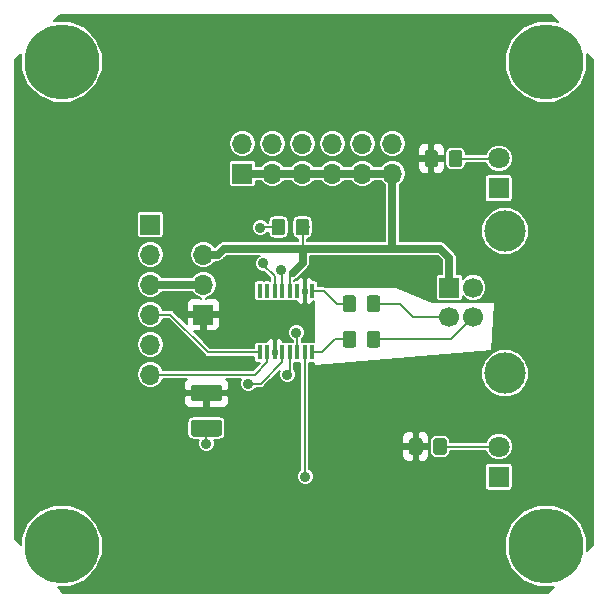
<source format=gtl>
G04 #@! TF.GenerationSoftware,KiCad,Pcbnew,(5.0.2)-1*
G04 #@! TF.CreationDate,2020-03-10T11:29:15-04:00*
G04 #@! TF.ProjectId,FTDI-USB-TTL-49MM,46544449-2d55-4534-922d-54544c2d3439,1*
G04 #@! TF.SameCoordinates,Original*
G04 #@! TF.FileFunction,Copper,L1,Top*
G04 #@! TF.FilePolarity,Positive*
%FSLAX46Y46*%
G04 Gerber Fmt 4.6, Leading zero omitted, Abs format (unit mm)*
G04 Created by KiCad (PCBNEW (5.0.2)-1) date 3/10/2020 11:29:15 AM*
%MOMM*%
%LPD*%
G01*
G04 APERTURE LIST*
G04 #@! TA.AperFunction,ComponentPad*
%ADD10R,1.800000X1.800000*%
G04 #@! TD*
G04 #@! TA.AperFunction,ComponentPad*
%ADD11C,1.800000*%
G04 #@! TD*
G04 #@! TA.AperFunction,ComponentPad*
%ADD12C,6.350000*%
G04 #@! TD*
G04 #@! TA.AperFunction,Conductor*
%ADD13C,0.150000*%
G04 #@! TD*
G04 #@! TA.AperFunction,SMDPad,CuDef*
%ADD14C,1.425000*%
G04 #@! TD*
G04 #@! TA.AperFunction,SMDPad,CuDef*
%ADD15C,1.150000*%
G04 #@! TD*
G04 #@! TA.AperFunction,ComponentPad*
%ADD16R,1.700000X1.700000*%
G04 #@! TD*
G04 #@! TA.AperFunction,ComponentPad*
%ADD17O,1.700000X1.700000*%
G04 #@! TD*
G04 #@! TA.AperFunction,ComponentPad*
%ADD18C,1.700000*%
G04 #@! TD*
G04 #@! TA.AperFunction,ComponentPad*
%ADD19C,3.500000*%
G04 #@! TD*
G04 #@! TA.AperFunction,SMDPad,CuDef*
%ADD20R,0.400000X1.200000*%
G04 #@! TD*
G04 #@! TA.AperFunction,ViaPad*
%ADD21C,0.889000*%
G04 #@! TD*
G04 #@! TA.AperFunction,Conductor*
%ADD22C,0.203200*%
G04 #@! TD*
G04 #@! TA.AperFunction,Conductor*
%ADD23C,0.635000*%
G04 #@! TD*
G04 #@! TA.AperFunction,Conductor*
%ADD24C,0.152400*%
G04 #@! TD*
G04 APERTURE END LIST*
D10*
G04 #@! TO.P,D1,1*
G04 #@! TO.N,/TXLED\002A*
X41000000Y-39116000D03*
D11*
G04 #@! TO.P,D1,2*
G04 #@! TO.N,/PUP0*
X41000000Y-36576000D03*
G04 #@! TD*
D12*
G04 #@! TO.P,BD-49X49,4*
G04 #@! TO.N,N/C*
X45000000Y-45000000D03*
G04 #@! TO.P,BD-49X49,3*
X4000000Y-45000000D03*
G04 #@! TO.P,BD-49X49,2*
X45000000Y-4000000D03*
G04 #@! TO.P,BD-49X49,1*
X4000000Y-4000000D03*
G04 #@! TD*
D13*
G04 #@! TO.N,/+3.3V*
G04 #@! TO.C,C1*
G36*
X17355504Y-31329204D02*
X17379773Y-31332804D01*
X17403571Y-31338765D01*
X17426671Y-31347030D01*
X17448849Y-31357520D01*
X17469893Y-31370133D01*
X17489598Y-31384747D01*
X17507777Y-31401223D01*
X17524253Y-31419402D01*
X17538867Y-31439107D01*
X17551480Y-31460151D01*
X17561970Y-31482329D01*
X17570235Y-31505429D01*
X17576196Y-31529227D01*
X17579796Y-31553496D01*
X17581000Y-31578000D01*
X17581000Y-32503000D01*
X17579796Y-32527504D01*
X17576196Y-32551773D01*
X17570235Y-32575571D01*
X17561970Y-32598671D01*
X17551480Y-32620849D01*
X17538867Y-32641893D01*
X17524253Y-32661598D01*
X17507777Y-32679777D01*
X17489598Y-32696253D01*
X17469893Y-32710867D01*
X17448849Y-32723480D01*
X17426671Y-32733970D01*
X17403571Y-32742235D01*
X17379773Y-32748196D01*
X17355504Y-32751796D01*
X17331000Y-32753000D01*
X15181000Y-32753000D01*
X15156496Y-32751796D01*
X15132227Y-32748196D01*
X15108429Y-32742235D01*
X15085329Y-32733970D01*
X15063151Y-32723480D01*
X15042107Y-32710867D01*
X15022402Y-32696253D01*
X15004223Y-32679777D01*
X14987747Y-32661598D01*
X14973133Y-32641893D01*
X14960520Y-32620849D01*
X14950030Y-32598671D01*
X14941765Y-32575571D01*
X14935804Y-32551773D01*
X14932204Y-32527504D01*
X14931000Y-32503000D01*
X14931000Y-31578000D01*
X14932204Y-31553496D01*
X14935804Y-31529227D01*
X14941765Y-31505429D01*
X14950030Y-31482329D01*
X14960520Y-31460151D01*
X14973133Y-31439107D01*
X14987747Y-31419402D01*
X15004223Y-31401223D01*
X15022402Y-31384747D01*
X15042107Y-31370133D01*
X15063151Y-31357520D01*
X15085329Y-31347030D01*
X15108429Y-31338765D01*
X15132227Y-31332804D01*
X15156496Y-31329204D01*
X15181000Y-31328000D01*
X17331000Y-31328000D01*
X17355504Y-31329204D01*
X17355504Y-31329204D01*
G37*
D14*
G04 #@! TD*
G04 #@! TO.P,C1,1*
G04 #@! TO.N,/+3.3V*
X16256000Y-32040500D03*
D13*
G04 #@! TO.N,GND*
G04 #@! TO.C,C1*
G36*
X17355504Y-34304204D02*
X17379773Y-34307804D01*
X17403571Y-34313765D01*
X17426671Y-34322030D01*
X17448849Y-34332520D01*
X17469893Y-34345133D01*
X17489598Y-34359747D01*
X17507777Y-34376223D01*
X17524253Y-34394402D01*
X17538867Y-34414107D01*
X17551480Y-34435151D01*
X17561970Y-34457329D01*
X17570235Y-34480429D01*
X17576196Y-34504227D01*
X17579796Y-34528496D01*
X17581000Y-34553000D01*
X17581000Y-35478000D01*
X17579796Y-35502504D01*
X17576196Y-35526773D01*
X17570235Y-35550571D01*
X17561970Y-35573671D01*
X17551480Y-35595849D01*
X17538867Y-35616893D01*
X17524253Y-35636598D01*
X17507777Y-35654777D01*
X17489598Y-35671253D01*
X17469893Y-35685867D01*
X17448849Y-35698480D01*
X17426671Y-35708970D01*
X17403571Y-35717235D01*
X17379773Y-35723196D01*
X17355504Y-35726796D01*
X17331000Y-35728000D01*
X15181000Y-35728000D01*
X15156496Y-35726796D01*
X15132227Y-35723196D01*
X15108429Y-35717235D01*
X15085329Y-35708970D01*
X15063151Y-35698480D01*
X15042107Y-35685867D01*
X15022402Y-35671253D01*
X15004223Y-35654777D01*
X14987747Y-35636598D01*
X14973133Y-35616893D01*
X14960520Y-35595849D01*
X14950030Y-35573671D01*
X14941765Y-35550571D01*
X14935804Y-35526773D01*
X14932204Y-35502504D01*
X14931000Y-35478000D01*
X14931000Y-34553000D01*
X14932204Y-34528496D01*
X14935804Y-34504227D01*
X14941765Y-34480429D01*
X14950030Y-34457329D01*
X14960520Y-34435151D01*
X14973133Y-34414107D01*
X14987747Y-34394402D01*
X15004223Y-34376223D01*
X15022402Y-34359747D01*
X15042107Y-34345133D01*
X15063151Y-34332520D01*
X15085329Y-34322030D01*
X15108429Y-34313765D01*
X15132227Y-34307804D01*
X15156496Y-34304204D01*
X15181000Y-34303000D01*
X17331000Y-34303000D01*
X17355504Y-34304204D01*
X17355504Y-34304204D01*
G37*
D14*
G04 #@! TD*
G04 #@! TO.P,C1,2*
G04 #@! TO.N,GND*
X16256000Y-35015500D03*
D13*
G04 #@! TO.N,/+5V*
G04 #@! TO.C,C2*
G36*
X24742505Y-17301204D02*
X24766773Y-17304804D01*
X24790572Y-17310765D01*
X24813671Y-17319030D01*
X24835850Y-17329520D01*
X24856893Y-17342132D01*
X24876599Y-17356747D01*
X24894777Y-17373223D01*
X24911253Y-17391401D01*
X24925868Y-17411107D01*
X24938480Y-17432150D01*
X24948970Y-17454329D01*
X24957235Y-17477428D01*
X24963196Y-17501227D01*
X24966796Y-17525495D01*
X24968000Y-17549999D01*
X24968000Y-18450001D01*
X24966796Y-18474505D01*
X24963196Y-18498773D01*
X24957235Y-18522572D01*
X24948970Y-18545671D01*
X24938480Y-18567850D01*
X24925868Y-18588893D01*
X24911253Y-18608599D01*
X24894777Y-18626777D01*
X24876599Y-18643253D01*
X24856893Y-18657868D01*
X24835850Y-18670480D01*
X24813671Y-18680970D01*
X24790572Y-18689235D01*
X24766773Y-18695196D01*
X24742505Y-18698796D01*
X24718001Y-18700000D01*
X24067999Y-18700000D01*
X24043495Y-18698796D01*
X24019227Y-18695196D01*
X23995428Y-18689235D01*
X23972329Y-18680970D01*
X23950150Y-18670480D01*
X23929107Y-18657868D01*
X23909401Y-18643253D01*
X23891223Y-18626777D01*
X23874747Y-18608599D01*
X23860132Y-18588893D01*
X23847520Y-18567850D01*
X23837030Y-18545671D01*
X23828765Y-18522572D01*
X23822804Y-18498773D01*
X23819204Y-18474505D01*
X23818000Y-18450001D01*
X23818000Y-17549999D01*
X23819204Y-17525495D01*
X23822804Y-17501227D01*
X23828765Y-17477428D01*
X23837030Y-17454329D01*
X23847520Y-17432150D01*
X23860132Y-17411107D01*
X23874747Y-17391401D01*
X23891223Y-17373223D01*
X23909401Y-17356747D01*
X23929107Y-17342132D01*
X23950150Y-17329520D01*
X23972329Y-17319030D01*
X23995428Y-17310765D01*
X24019227Y-17304804D01*
X24043495Y-17301204D01*
X24067999Y-17300000D01*
X24718001Y-17300000D01*
X24742505Y-17301204D01*
X24742505Y-17301204D01*
G37*
D15*
G04 #@! TD*
G04 #@! TO.P,C2,1*
G04 #@! TO.N,/+5V*
X24393000Y-18000000D03*
D13*
G04 #@! TO.N,GND*
G04 #@! TO.C,C2*
G36*
X22692505Y-17301204D02*
X22716773Y-17304804D01*
X22740572Y-17310765D01*
X22763671Y-17319030D01*
X22785850Y-17329520D01*
X22806893Y-17342132D01*
X22826599Y-17356747D01*
X22844777Y-17373223D01*
X22861253Y-17391401D01*
X22875868Y-17411107D01*
X22888480Y-17432150D01*
X22898970Y-17454329D01*
X22907235Y-17477428D01*
X22913196Y-17501227D01*
X22916796Y-17525495D01*
X22918000Y-17549999D01*
X22918000Y-18450001D01*
X22916796Y-18474505D01*
X22913196Y-18498773D01*
X22907235Y-18522572D01*
X22898970Y-18545671D01*
X22888480Y-18567850D01*
X22875868Y-18588893D01*
X22861253Y-18608599D01*
X22844777Y-18626777D01*
X22826599Y-18643253D01*
X22806893Y-18657868D01*
X22785850Y-18670480D01*
X22763671Y-18680970D01*
X22740572Y-18689235D01*
X22716773Y-18695196D01*
X22692505Y-18698796D01*
X22668001Y-18700000D01*
X22017999Y-18700000D01*
X21993495Y-18698796D01*
X21969227Y-18695196D01*
X21945428Y-18689235D01*
X21922329Y-18680970D01*
X21900150Y-18670480D01*
X21879107Y-18657868D01*
X21859401Y-18643253D01*
X21841223Y-18626777D01*
X21824747Y-18608599D01*
X21810132Y-18588893D01*
X21797520Y-18567850D01*
X21787030Y-18545671D01*
X21778765Y-18522572D01*
X21772804Y-18498773D01*
X21769204Y-18474505D01*
X21768000Y-18450001D01*
X21768000Y-17549999D01*
X21769204Y-17525495D01*
X21772804Y-17501227D01*
X21778765Y-17477428D01*
X21787030Y-17454329D01*
X21797520Y-17432150D01*
X21810132Y-17411107D01*
X21824747Y-17391401D01*
X21841223Y-17373223D01*
X21859401Y-17356747D01*
X21879107Y-17342132D01*
X21900150Y-17329520D01*
X21922329Y-17319030D01*
X21945428Y-17310765D01*
X21969227Y-17304804D01*
X21993495Y-17301204D01*
X22017999Y-17300000D01*
X22668001Y-17300000D01*
X22692505Y-17301204D01*
X22692505Y-17301204D01*
G37*
D15*
G04 #@! TD*
G04 #@! TO.P,C2,2*
G04 #@! TO.N,GND*
X22343000Y-18000000D03*
D16*
G04 #@! TO.P,H1,1*
G04 #@! TO.N,/+3.3V*
X16000000Y-25400000D03*
D17*
G04 #@! TO.P,H1,2*
G04 #@! TO.N,/5VOUT*
X16000000Y-22860000D03*
G04 #@! TO.P,H1,3*
G04 #@! TO.N,/+5V*
X16000000Y-20320000D03*
G04 #@! TD*
D16*
G04 #@! TO.P,J1,1*
G04 #@! TO.N,/+5V*
X36830000Y-23114000D03*
D18*
G04 #@! TO.P,J1,2*
G04 #@! TO.N,Net-(J1-Pad2)*
X36830000Y-25614000D03*
G04 #@! TO.P,J1,3*
G04 #@! TO.N,Net-(J1-Pad3)*
X38830000Y-25614000D03*
G04 #@! TO.P,J1,4*
G04 #@! TO.N,GND*
X38830000Y-23114000D03*
D19*
G04 #@! TO.P,J1,5*
G04 #@! TO.N,N/C*
X41540000Y-18344000D03*
X41540000Y-30384000D03*
G04 #@! TD*
D16*
G04 #@! TO.P,P1,1*
G04 #@! TO.N,GND*
X11500000Y-17780000D03*
D17*
G04 #@! TO.P,P1,2*
G04 #@! TO.N,/CTS*
X11500000Y-20320000D03*
G04 #@! TO.P,P1,3*
G04 #@! TO.N,/5VOUT*
X11500000Y-22860000D03*
G04 #@! TO.P,P1,4*
G04 #@! TO.N,/TX*
X11500000Y-25400000D03*
G04 #@! TO.P,P1,5*
G04 #@! TO.N,/RX*
X11500000Y-27940000D03*
G04 #@! TO.P,P1,6*
G04 #@! TO.N,/RTS*
X11500000Y-30480000D03*
G04 #@! TD*
D13*
G04 #@! TO.N,/PUP0*
G04 #@! TO.C,R1*
G36*
X36374505Y-35877204D02*
X36398773Y-35880804D01*
X36422572Y-35886765D01*
X36445671Y-35895030D01*
X36467850Y-35905520D01*
X36488893Y-35918132D01*
X36508599Y-35932747D01*
X36526777Y-35949223D01*
X36543253Y-35967401D01*
X36557868Y-35987107D01*
X36570480Y-36008150D01*
X36580970Y-36030329D01*
X36589235Y-36053428D01*
X36595196Y-36077227D01*
X36598796Y-36101495D01*
X36600000Y-36125999D01*
X36600000Y-37026001D01*
X36598796Y-37050505D01*
X36595196Y-37074773D01*
X36589235Y-37098572D01*
X36580970Y-37121671D01*
X36570480Y-37143850D01*
X36557868Y-37164893D01*
X36543253Y-37184599D01*
X36526777Y-37202777D01*
X36508599Y-37219253D01*
X36488893Y-37233868D01*
X36467850Y-37246480D01*
X36445671Y-37256970D01*
X36422572Y-37265235D01*
X36398773Y-37271196D01*
X36374505Y-37274796D01*
X36350001Y-37276000D01*
X35699999Y-37276000D01*
X35675495Y-37274796D01*
X35651227Y-37271196D01*
X35627428Y-37265235D01*
X35604329Y-37256970D01*
X35582150Y-37246480D01*
X35561107Y-37233868D01*
X35541401Y-37219253D01*
X35523223Y-37202777D01*
X35506747Y-37184599D01*
X35492132Y-37164893D01*
X35479520Y-37143850D01*
X35469030Y-37121671D01*
X35460765Y-37098572D01*
X35454804Y-37074773D01*
X35451204Y-37050505D01*
X35450000Y-37026001D01*
X35450000Y-36125999D01*
X35451204Y-36101495D01*
X35454804Y-36077227D01*
X35460765Y-36053428D01*
X35469030Y-36030329D01*
X35479520Y-36008150D01*
X35492132Y-35987107D01*
X35506747Y-35967401D01*
X35523223Y-35949223D01*
X35541401Y-35932747D01*
X35561107Y-35918132D01*
X35582150Y-35905520D01*
X35604329Y-35895030D01*
X35627428Y-35886765D01*
X35651227Y-35880804D01*
X35675495Y-35877204D01*
X35699999Y-35876000D01*
X36350001Y-35876000D01*
X36374505Y-35877204D01*
X36374505Y-35877204D01*
G37*
D15*
G04 #@! TD*
G04 #@! TO.P,R1,2*
G04 #@! TO.N,/PUP0*
X36025000Y-36576000D03*
D13*
G04 #@! TO.N,/+3.3V*
G04 #@! TO.C,R1*
G36*
X34324505Y-35877204D02*
X34348773Y-35880804D01*
X34372572Y-35886765D01*
X34395671Y-35895030D01*
X34417850Y-35905520D01*
X34438893Y-35918132D01*
X34458599Y-35932747D01*
X34476777Y-35949223D01*
X34493253Y-35967401D01*
X34507868Y-35987107D01*
X34520480Y-36008150D01*
X34530970Y-36030329D01*
X34539235Y-36053428D01*
X34545196Y-36077227D01*
X34548796Y-36101495D01*
X34550000Y-36125999D01*
X34550000Y-37026001D01*
X34548796Y-37050505D01*
X34545196Y-37074773D01*
X34539235Y-37098572D01*
X34530970Y-37121671D01*
X34520480Y-37143850D01*
X34507868Y-37164893D01*
X34493253Y-37184599D01*
X34476777Y-37202777D01*
X34458599Y-37219253D01*
X34438893Y-37233868D01*
X34417850Y-37246480D01*
X34395671Y-37256970D01*
X34372572Y-37265235D01*
X34348773Y-37271196D01*
X34324505Y-37274796D01*
X34300001Y-37276000D01*
X33649999Y-37276000D01*
X33625495Y-37274796D01*
X33601227Y-37271196D01*
X33577428Y-37265235D01*
X33554329Y-37256970D01*
X33532150Y-37246480D01*
X33511107Y-37233868D01*
X33491401Y-37219253D01*
X33473223Y-37202777D01*
X33456747Y-37184599D01*
X33442132Y-37164893D01*
X33429520Y-37143850D01*
X33419030Y-37121671D01*
X33410765Y-37098572D01*
X33404804Y-37074773D01*
X33401204Y-37050505D01*
X33400000Y-37026001D01*
X33400000Y-36125999D01*
X33401204Y-36101495D01*
X33404804Y-36077227D01*
X33410765Y-36053428D01*
X33419030Y-36030329D01*
X33429520Y-36008150D01*
X33442132Y-35987107D01*
X33456747Y-35967401D01*
X33473223Y-35949223D01*
X33491401Y-35932747D01*
X33511107Y-35918132D01*
X33532150Y-35905520D01*
X33554329Y-35895030D01*
X33577428Y-35886765D01*
X33601227Y-35880804D01*
X33625495Y-35877204D01*
X33649999Y-35876000D01*
X34300001Y-35876000D01*
X34324505Y-35877204D01*
X34324505Y-35877204D01*
G37*
D15*
G04 #@! TD*
G04 #@! TO.P,R1,1*
G04 #@! TO.N,/+3.3V*
X33975000Y-36576000D03*
D13*
G04 #@! TO.N,/+3.3V*
G04 #@! TO.C,R2*
G36*
X35646505Y-11493204D02*
X35670773Y-11496804D01*
X35694572Y-11502765D01*
X35717671Y-11511030D01*
X35739850Y-11521520D01*
X35760893Y-11534132D01*
X35780599Y-11548747D01*
X35798777Y-11565223D01*
X35815253Y-11583401D01*
X35829868Y-11603107D01*
X35842480Y-11624150D01*
X35852970Y-11646329D01*
X35861235Y-11669428D01*
X35867196Y-11693227D01*
X35870796Y-11717495D01*
X35872000Y-11741999D01*
X35872000Y-12642001D01*
X35870796Y-12666505D01*
X35867196Y-12690773D01*
X35861235Y-12714572D01*
X35852970Y-12737671D01*
X35842480Y-12759850D01*
X35829868Y-12780893D01*
X35815253Y-12800599D01*
X35798777Y-12818777D01*
X35780599Y-12835253D01*
X35760893Y-12849868D01*
X35739850Y-12862480D01*
X35717671Y-12872970D01*
X35694572Y-12881235D01*
X35670773Y-12887196D01*
X35646505Y-12890796D01*
X35622001Y-12892000D01*
X34971999Y-12892000D01*
X34947495Y-12890796D01*
X34923227Y-12887196D01*
X34899428Y-12881235D01*
X34876329Y-12872970D01*
X34854150Y-12862480D01*
X34833107Y-12849868D01*
X34813401Y-12835253D01*
X34795223Y-12818777D01*
X34778747Y-12800599D01*
X34764132Y-12780893D01*
X34751520Y-12759850D01*
X34741030Y-12737671D01*
X34732765Y-12714572D01*
X34726804Y-12690773D01*
X34723204Y-12666505D01*
X34722000Y-12642001D01*
X34722000Y-11741999D01*
X34723204Y-11717495D01*
X34726804Y-11693227D01*
X34732765Y-11669428D01*
X34741030Y-11646329D01*
X34751520Y-11624150D01*
X34764132Y-11603107D01*
X34778747Y-11583401D01*
X34795223Y-11565223D01*
X34813401Y-11548747D01*
X34833107Y-11534132D01*
X34854150Y-11521520D01*
X34876329Y-11511030D01*
X34899428Y-11502765D01*
X34923227Y-11496804D01*
X34947495Y-11493204D01*
X34971999Y-11492000D01*
X35622001Y-11492000D01*
X35646505Y-11493204D01*
X35646505Y-11493204D01*
G37*
D15*
G04 #@! TD*
G04 #@! TO.P,R2,1*
G04 #@! TO.N,/+3.3V*
X35297000Y-12192000D03*
D13*
G04 #@! TO.N,/PUP1*
G04 #@! TO.C,R2*
G36*
X37696505Y-11493204D02*
X37720773Y-11496804D01*
X37744572Y-11502765D01*
X37767671Y-11511030D01*
X37789850Y-11521520D01*
X37810893Y-11534132D01*
X37830599Y-11548747D01*
X37848777Y-11565223D01*
X37865253Y-11583401D01*
X37879868Y-11603107D01*
X37892480Y-11624150D01*
X37902970Y-11646329D01*
X37911235Y-11669428D01*
X37917196Y-11693227D01*
X37920796Y-11717495D01*
X37922000Y-11741999D01*
X37922000Y-12642001D01*
X37920796Y-12666505D01*
X37917196Y-12690773D01*
X37911235Y-12714572D01*
X37902970Y-12737671D01*
X37892480Y-12759850D01*
X37879868Y-12780893D01*
X37865253Y-12800599D01*
X37848777Y-12818777D01*
X37830599Y-12835253D01*
X37810893Y-12849868D01*
X37789850Y-12862480D01*
X37767671Y-12872970D01*
X37744572Y-12881235D01*
X37720773Y-12887196D01*
X37696505Y-12890796D01*
X37672001Y-12892000D01*
X37021999Y-12892000D01*
X36997495Y-12890796D01*
X36973227Y-12887196D01*
X36949428Y-12881235D01*
X36926329Y-12872970D01*
X36904150Y-12862480D01*
X36883107Y-12849868D01*
X36863401Y-12835253D01*
X36845223Y-12818777D01*
X36828747Y-12800599D01*
X36814132Y-12780893D01*
X36801520Y-12759850D01*
X36791030Y-12737671D01*
X36782765Y-12714572D01*
X36776804Y-12690773D01*
X36773204Y-12666505D01*
X36772000Y-12642001D01*
X36772000Y-11741999D01*
X36773204Y-11717495D01*
X36776804Y-11693227D01*
X36782765Y-11669428D01*
X36791030Y-11646329D01*
X36801520Y-11624150D01*
X36814132Y-11603107D01*
X36828747Y-11583401D01*
X36845223Y-11565223D01*
X36863401Y-11548747D01*
X36883107Y-11534132D01*
X36904150Y-11521520D01*
X36926329Y-11511030D01*
X36949428Y-11502765D01*
X36973227Y-11496804D01*
X36997495Y-11493204D01*
X37021999Y-11492000D01*
X37672001Y-11492000D01*
X37696505Y-11493204D01*
X37696505Y-11493204D01*
G37*
D15*
G04 #@! TD*
G04 #@! TO.P,R2,2*
G04 #@! TO.N,/PUP1*
X37347000Y-12192000D03*
D20*
G04 #@! TO.P,U1,1*
G04 #@! TO.N,/TX*
X20777500Y-28600000D03*
G04 #@! TO.P,U1,2*
G04 #@! TO.N,/RTS*
X21412500Y-28600000D03*
G04 #@! TO.P,U1,3*
G04 #@! TO.N,/+3.3V*
X22047500Y-28600000D03*
G04 #@! TO.P,U1,4*
G04 #@! TO.N,/RX*
X22682500Y-28600000D03*
G04 #@! TO.P,U1,5*
G04 #@! TO.N,GND*
X23317500Y-28600000D03*
G04 #@! TO.P,U1,6*
G04 #@! TO.N,/CTS*
X23952500Y-28600000D03*
G04 #@! TO.P,U1,7*
G04 #@! TO.N,/TXLED\002A*
X24587500Y-28600000D03*
G04 #@! TO.P,U1,8*
G04 #@! TO.N,/DP*
X25222500Y-28600000D03*
G04 #@! TO.P,U1,9*
G04 #@! TO.N,/DM*
X25222500Y-23400000D03*
G04 #@! TO.P,U1,10*
G04 #@! TO.N,/+3.3V*
X24587500Y-23400000D03*
G04 #@! TO.P,U1,11*
G04 #@! TO.N,N/C*
X23952500Y-23400000D03*
G04 #@! TO.P,U1,12*
G04 #@! TO.N,/+5V*
X23317500Y-23400000D03*
G04 #@! TO.P,U1,13*
G04 #@! TO.N,GND*
X22682500Y-23400000D03*
G04 #@! TO.P,U1,14*
G04 #@! TO.N,/RXLED\002A*
X22047500Y-23400000D03*
G04 #@! TO.P,U1,15*
G04 #@! TO.N,N/C*
X21412500Y-23400000D03*
G04 #@! TO.P,U1,16*
X20777500Y-23400000D03*
G04 #@! TD*
D11*
G04 #@! TO.P,D2,2*
G04 #@! TO.N,/PUP1*
X41000000Y-12190000D03*
D10*
G04 #@! TO.P,D2,1*
G04 #@! TO.N,/RXLED\002A*
X41000000Y-14730000D03*
G04 #@! TD*
D13*
G04 #@! TO.N,Net-(J1-Pad2)*
G04 #@! TO.C,R3*
G36*
X30749506Y-23776205D02*
X30773774Y-23779805D01*
X30797573Y-23785766D01*
X30820672Y-23794031D01*
X30842851Y-23804521D01*
X30863894Y-23817133D01*
X30883600Y-23831748D01*
X30901778Y-23848224D01*
X30918254Y-23866402D01*
X30932869Y-23886108D01*
X30945481Y-23907151D01*
X30955971Y-23929330D01*
X30964236Y-23952429D01*
X30970197Y-23976228D01*
X30973797Y-24000496D01*
X30975001Y-24025000D01*
X30975001Y-24925002D01*
X30973797Y-24949506D01*
X30970197Y-24973774D01*
X30964236Y-24997573D01*
X30955971Y-25020672D01*
X30945481Y-25042851D01*
X30932869Y-25063894D01*
X30918254Y-25083600D01*
X30901778Y-25101778D01*
X30883600Y-25118254D01*
X30863894Y-25132869D01*
X30842851Y-25145481D01*
X30820672Y-25155971D01*
X30797573Y-25164236D01*
X30773774Y-25170197D01*
X30749506Y-25173797D01*
X30725002Y-25175001D01*
X30075000Y-25175001D01*
X30050496Y-25173797D01*
X30026228Y-25170197D01*
X30002429Y-25164236D01*
X29979330Y-25155971D01*
X29957151Y-25145481D01*
X29936108Y-25132869D01*
X29916402Y-25118254D01*
X29898224Y-25101778D01*
X29881748Y-25083600D01*
X29867133Y-25063894D01*
X29854521Y-25042851D01*
X29844031Y-25020672D01*
X29835766Y-24997573D01*
X29829805Y-24973774D01*
X29826205Y-24949506D01*
X29825001Y-24925002D01*
X29825001Y-24025000D01*
X29826205Y-24000496D01*
X29829805Y-23976228D01*
X29835766Y-23952429D01*
X29844031Y-23929330D01*
X29854521Y-23907151D01*
X29867133Y-23886108D01*
X29881748Y-23866402D01*
X29898224Y-23848224D01*
X29916402Y-23831748D01*
X29936108Y-23817133D01*
X29957151Y-23804521D01*
X29979330Y-23794031D01*
X30002429Y-23785766D01*
X30026228Y-23779805D01*
X30050496Y-23776205D01*
X30075000Y-23775001D01*
X30725002Y-23775001D01*
X30749506Y-23776205D01*
X30749506Y-23776205D01*
G37*
D15*
G04 #@! TD*
G04 #@! TO.P,R3,1*
G04 #@! TO.N,Net-(J1-Pad2)*
X30400001Y-24475001D03*
D13*
G04 #@! TO.N,/DM*
G04 #@! TO.C,R3*
G36*
X28699506Y-23776205D02*
X28723774Y-23779805D01*
X28747573Y-23785766D01*
X28770672Y-23794031D01*
X28792851Y-23804521D01*
X28813894Y-23817133D01*
X28833600Y-23831748D01*
X28851778Y-23848224D01*
X28868254Y-23866402D01*
X28882869Y-23886108D01*
X28895481Y-23907151D01*
X28905971Y-23929330D01*
X28914236Y-23952429D01*
X28920197Y-23976228D01*
X28923797Y-24000496D01*
X28925001Y-24025000D01*
X28925001Y-24925002D01*
X28923797Y-24949506D01*
X28920197Y-24973774D01*
X28914236Y-24997573D01*
X28905971Y-25020672D01*
X28895481Y-25042851D01*
X28882869Y-25063894D01*
X28868254Y-25083600D01*
X28851778Y-25101778D01*
X28833600Y-25118254D01*
X28813894Y-25132869D01*
X28792851Y-25145481D01*
X28770672Y-25155971D01*
X28747573Y-25164236D01*
X28723774Y-25170197D01*
X28699506Y-25173797D01*
X28675002Y-25175001D01*
X28025000Y-25175001D01*
X28000496Y-25173797D01*
X27976228Y-25170197D01*
X27952429Y-25164236D01*
X27929330Y-25155971D01*
X27907151Y-25145481D01*
X27886108Y-25132869D01*
X27866402Y-25118254D01*
X27848224Y-25101778D01*
X27831748Y-25083600D01*
X27817133Y-25063894D01*
X27804521Y-25042851D01*
X27794031Y-25020672D01*
X27785766Y-24997573D01*
X27779805Y-24973774D01*
X27776205Y-24949506D01*
X27775001Y-24925002D01*
X27775001Y-24025000D01*
X27776205Y-24000496D01*
X27779805Y-23976228D01*
X27785766Y-23952429D01*
X27794031Y-23929330D01*
X27804521Y-23907151D01*
X27817133Y-23886108D01*
X27831748Y-23866402D01*
X27848224Y-23848224D01*
X27866402Y-23831748D01*
X27886108Y-23817133D01*
X27907151Y-23804521D01*
X27929330Y-23794031D01*
X27952429Y-23785766D01*
X27976228Y-23779805D01*
X28000496Y-23776205D01*
X28025000Y-23775001D01*
X28675002Y-23775001D01*
X28699506Y-23776205D01*
X28699506Y-23776205D01*
G37*
D15*
G04 #@! TD*
G04 #@! TO.P,R3,2*
G04 #@! TO.N,/DM*
X28350001Y-24475001D03*
D13*
G04 #@! TO.N,/DP*
G04 #@! TO.C,R4*
G36*
X28699506Y-26801204D02*
X28723774Y-26804804D01*
X28747573Y-26810765D01*
X28770672Y-26819030D01*
X28792851Y-26829520D01*
X28813894Y-26842132D01*
X28833600Y-26856747D01*
X28851778Y-26873223D01*
X28868254Y-26891401D01*
X28882869Y-26911107D01*
X28895481Y-26932150D01*
X28905971Y-26954329D01*
X28914236Y-26977428D01*
X28920197Y-27001227D01*
X28923797Y-27025495D01*
X28925001Y-27049999D01*
X28925001Y-27950001D01*
X28923797Y-27974505D01*
X28920197Y-27998773D01*
X28914236Y-28022572D01*
X28905971Y-28045671D01*
X28895481Y-28067850D01*
X28882869Y-28088893D01*
X28868254Y-28108599D01*
X28851778Y-28126777D01*
X28833600Y-28143253D01*
X28813894Y-28157868D01*
X28792851Y-28170480D01*
X28770672Y-28180970D01*
X28747573Y-28189235D01*
X28723774Y-28195196D01*
X28699506Y-28198796D01*
X28675002Y-28200000D01*
X28025000Y-28200000D01*
X28000496Y-28198796D01*
X27976228Y-28195196D01*
X27952429Y-28189235D01*
X27929330Y-28180970D01*
X27907151Y-28170480D01*
X27886108Y-28157868D01*
X27866402Y-28143253D01*
X27848224Y-28126777D01*
X27831748Y-28108599D01*
X27817133Y-28088893D01*
X27804521Y-28067850D01*
X27794031Y-28045671D01*
X27785766Y-28022572D01*
X27779805Y-27998773D01*
X27776205Y-27974505D01*
X27775001Y-27950001D01*
X27775001Y-27049999D01*
X27776205Y-27025495D01*
X27779805Y-27001227D01*
X27785766Y-26977428D01*
X27794031Y-26954329D01*
X27804521Y-26932150D01*
X27817133Y-26911107D01*
X27831748Y-26891401D01*
X27848224Y-26873223D01*
X27866402Y-26856747D01*
X27886108Y-26842132D01*
X27907151Y-26829520D01*
X27929330Y-26819030D01*
X27952429Y-26810765D01*
X27976228Y-26804804D01*
X28000496Y-26801204D01*
X28025000Y-26800000D01*
X28675002Y-26800000D01*
X28699506Y-26801204D01*
X28699506Y-26801204D01*
G37*
D15*
G04 #@! TD*
G04 #@! TO.P,R4,2*
G04 #@! TO.N,/DP*
X28350001Y-27500000D03*
D13*
G04 #@! TO.N,Net-(J1-Pad3)*
G04 #@! TO.C,R4*
G36*
X30749506Y-26801204D02*
X30773774Y-26804804D01*
X30797573Y-26810765D01*
X30820672Y-26819030D01*
X30842851Y-26829520D01*
X30863894Y-26842132D01*
X30883600Y-26856747D01*
X30901778Y-26873223D01*
X30918254Y-26891401D01*
X30932869Y-26911107D01*
X30945481Y-26932150D01*
X30955971Y-26954329D01*
X30964236Y-26977428D01*
X30970197Y-27001227D01*
X30973797Y-27025495D01*
X30975001Y-27049999D01*
X30975001Y-27950001D01*
X30973797Y-27974505D01*
X30970197Y-27998773D01*
X30964236Y-28022572D01*
X30955971Y-28045671D01*
X30945481Y-28067850D01*
X30932869Y-28088893D01*
X30918254Y-28108599D01*
X30901778Y-28126777D01*
X30883600Y-28143253D01*
X30863894Y-28157868D01*
X30842851Y-28170480D01*
X30820672Y-28180970D01*
X30797573Y-28189235D01*
X30773774Y-28195196D01*
X30749506Y-28198796D01*
X30725002Y-28200000D01*
X30075000Y-28200000D01*
X30050496Y-28198796D01*
X30026228Y-28195196D01*
X30002429Y-28189235D01*
X29979330Y-28180970D01*
X29957151Y-28170480D01*
X29936108Y-28157868D01*
X29916402Y-28143253D01*
X29898224Y-28126777D01*
X29881748Y-28108599D01*
X29867133Y-28088893D01*
X29854521Y-28067850D01*
X29844031Y-28045671D01*
X29835766Y-28022572D01*
X29829805Y-27998773D01*
X29826205Y-27974505D01*
X29825001Y-27950001D01*
X29825001Y-27049999D01*
X29826205Y-27025495D01*
X29829805Y-27001227D01*
X29835766Y-26977428D01*
X29844031Y-26954329D01*
X29854521Y-26932150D01*
X29867133Y-26911107D01*
X29881748Y-26891401D01*
X29898224Y-26873223D01*
X29916402Y-26856747D01*
X29936108Y-26842132D01*
X29957151Y-26829520D01*
X29979330Y-26819030D01*
X30002429Y-26810765D01*
X30026228Y-26804804D01*
X30050496Y-26801204D01*
X30075000Y-26800000D01*
X30725002Y-26800000D01*
X30749506Y-26801204D01*
X30749506Y-26801204D01*
G37*
D15*
G04 #@! TD*
G04 #@! TO.P,R4,1*
G04 #@! TO.N,Net-(J1-Pad3)*
X30400001Y-27500000D03*
D16*
G04 #@! TO.P,J2,1*
G04 #@! TO.N,/+5V*
X19304000Y-13462000D03*
D17*
G04 #@! TO.P,J2,2*
G04 #@! TO.N,GND*
X19304000Y-10922000D03*
G04 #@! TO.P,J2,3*
G04 #@! TO.N,/+5V*
X21844000Y-13462000D03*
G04 #@! TO.P,J2,4*
G04 #@! TO.N,GND*
X21844000Y-10922000D03*
G04 #@! TO.P,J2,5*
G04 #@! TO.N,/+5V*
X24384000Y-13462000D03*
G04 #@! TO.P,J2,6*
G04 #@! TO.N,GND*
X24384000Y-10922000D03*
G04 #@! TO.P,J2,7*
G04 #@! TO.N,/+5V*
X26924000Y-13462000D03*
G04 #@! TO.P,J2,8*
G04 #@! TO.N,GND*
X26924000Y-10922000D03*
G04 #@! TO.P,J2,9*
G04 #@! TO.N,/+5V*
X29464000Y-13462000D03*
G04 #@! TO.P,J2,10*
G04 #@! TO.N,GND*
X29464000Y-10922000D03*
G04 #@! TO.P,J2,11*
G04 #@! TO.N,/+5V*
X32004000Y-13462000D03*
G04 #@! TO.P,J2,12*
G04 #@! TO.N,GND*
X32004000Y-10922000D03*
G04 #@! TD*
D21*
G04 #@! TO.N,/CTS*
X23876000Y-26924000D03*
G04 #@! TO.N,/RX*
X19812000Y-31242000D03*
G04 #@! TO.N,/RXLED\002A*
X21082000Y-21069300D03*
G04 #@! TO.N,/TXLED\002A*
X24638000Y-39116000D03*
G04 #@! TO.N,GND*
X23114000Y-30480000D03*
X16256000Y-36322000D03*
X22606000Y-21590000D03*
X20828000Y-18034000D03*
G04 #@! TD*
D22*
G04 #@! TO.N,/+5V*
X23317500Y-23400000D02*
X23317500Y-22148500D01*
X24393000Y-21073000D02*
X24393000Y-20320000D01*
D23*
X17710081Y-19812000D02*
X24393000Y-19812000D01*
X17202081Y-20320000D02*
X17710081Y-19812000D01*
X16000000Y-20320000D02*
X17202081Y-20320000D01*
D22*
X24393000Y-20320000D02*
X24393000Y-19812000D01*
X24393000Y-19812000D02*
X24393000Y-18000000D01*
D23*
X24393000Y-19812000D02*
X24393000Y-21073000D01*
X23622000Y-21844000D02*
X24393000Y-21073000D01*
D22*
X23317500Y-22148500D02*
X23622000Y-21844000D01*
D23*
X36830000Y-20574000D02*
X36830000Y-23114000D01*
X36068000Y-19812000D02*
X36830000Y-20574000D01*
X32004000Y-13462000D02*
X32004000Y-19812000D01*
X24393000Y-19812000D02*
X32004000Y-19812000D01*
X32004000Y-19812000D02*
X36068000Y-19812000D01*
X29464000Y-13462000D02*
X32004000Y-13462000D01*
X26924000Y-13462000D02*
X29464000Y-13462000D01*
X26924000Y-13462000D02*
X24384000Y-13462000D01*
X21844000Y-13462000D02*
X24384000Y-13462000D01*
X19304000Y-13462000D02*
X21844000Y-13462000D01*
D22*
G04 #@! TO.N,/CTS*
X23952500Y-28600000D02*
X23952500Y-27000500D01*
X23952500Y-27000500D02*
X23876000Y-26924000D01*
G04 #@! TO.N,/DM*
X27269001Y-24475001D02*
X28350001Y-24475001D01*
X26194000Y-23400000D02*
X27269001Y-24475001D01*
X25222500Y-23400000D02*
X26194000Y-23400000D01*
G04 #@! TO.N,/DP*
X25222500Y-28600000D02*
X26010000Y-28600000D01*
X27110000Y-27500000D02*
X28350001Y-27500000D01*
X26010000Y-28600000D02*
X27110000Y-27500000D01*
G04 #@! TO.N,/PUP0*
X36025000Y-36576000D02*
X41000000Y-36576000D01*
G04 #@! TO.N,/PUP1*
X40998000Y-12192000D02*
X41000000Y-12190000D01*
X37347000Y-12192000D02*
X40998000Y-12192000D01*
G04 #@! TO.N,/RTS*
X20335700Y-30480000D02*
X11500000Y-30480000D01*
X21412500Y-28600000D02*
X21412500Y-29403200D01*
X21412500Y-29403200D02*
X20335700Y-30480000D01*
G04 #@! TO.N,/RX*
X20843700Y-31242000D02*
X19812000Y-31242000D01*
X22682500Y-28600000D02*
X22682500Y-29403200D01*
X22682500Y-29403200D02*
X20843700Y-31242000D01*
G04 #@! TO.N,/RXLED\002A*
X22047500Y-22140466D02*
X21082000Y-21174966D01*
X21082000Y-21174966D02*
X21082000Y-21069300D01*
X22047500Y-23400000D02*
X22047500Y-22140466D01*
G04 #@! TO.N,/TX*
X11500000Y-25400000D02*
X13208000Y-25400000D01*
X16408000Y-28600000D02*
X17272000Y-28600000D01*
X13208000Y-25400000D02*
X16408000Y-28600000D01*
X17272000Y-28600000D02*
X20777500Y-28600000D01*
G04 #@! TO.N,/TXLED\002A*
X24587500Y-39065500D02*
X24638000Y-39116000D01*
X24587500Y-28600000D02*
X24587500Y-39065500D01*
G04 #@! TO.N,GND*
X23317500Y-28600000D02*
X23317500Y-30276500D01*
X23317500Y-30276500D02*
X23114000Y-30480000D01*
X16256000Y-35015500D02*
X16256000Y-36322000D01*
X22682500Y-23400000D02*
X22682500Y-21666500D01*
X22682500Y-21666500D02*
X22606000Y-21590000D01*
X22343000Y-18000000D02*
X20862000Y-18000000D01*
X20862000Y-18000000D02*
X20828000Y-18034000D01*
D23*
G04 #@! TO.N,/5VOUT*
X11500000Y-22860000D02*
X16000000Y-22860000D01*
D22*
G04 #@! TO.N,Net-(J1-Pad2)*
X30400001Y-24475001D02*
X32603001Y-24475001D01*
X33742000Y-25614000D02*
X36830000Y-25614000D01*
X32603001Y-24475001D02*
X33742000Y-25614000D01*
G04 #@! TO.N,Net-(J1-Pad3)*
X36944000Y-27500000D02*
X30400001Y-27500000D01*
X38830000Y-25614000D02*
X36944000Y-27500000D01*
G04 #@! TD*
D24*
G04 #@! TO.N,/+3.3V*
G36*
X45986879Y-669763D02*
X45687123Y-545600D01*
X44312877Y-545600D01*
X43043239Y-1071501D01*
X42071501Y-2043239D01*
X41545600Y-3312877D01*
X41545600Y-4687123D01*
X42071501Y-5956761D01*
X43043239Y-6928499D01*
X44312877Y-7454400D01*
X45687123Y-7454400D01*
X46956761Y-6928499D01*
X47928499Y-5956761D01*
X48454400Y-4687123D01*
X48454400Y-3313535D01*
X48945800Y-3840035D01*
X48945800Y-44927867D01*
X48454400Y-45452027D01*
X48454400Y-44312877D01*
X47928499Y-43043239D01*
X46956761Y-42071501D01*
X45687123Y-41545600D01*
X44312877Y-41545600D01*
X43043239Y-42071501D01*
X42071501Y-43043239D01*
X41545600Y-44312877D01*
X41545600Y-45687123D01*
X42071501Y-46956761D01*
X43043239Y-47928499D01*
X44312877Y-48454400D01*
X45639675Y-48454400D01*
X45178988Y-48945800D01*
X4098220Y-48945800D01*
X3661420Y-48454400D01*
X4687123Y-48454400D01*
X5956761Y-47928499D01*
X6928499Y-46956761D01*
X7454400Y-45687123D01*
X7454400Y-44312877D01*
X6928499Y-43043239D01*
X5956761Y-42071501D01*
X4687123Y-41545600D01*
X3312877Y-41545600D01*
X2043239Y-42071501D01*
X1071501Y-43043239D01*
X545600Y-44312877D01*
X545600Y-44949103D01*
X76200Y-44421028D01*
X76200Y-34553000D01*
X14646127Y-34553000D01*
X14646127Y-35478000D01*
X14686842Y-35682687D01*
X14802788Y-35856212D01*
X14976313Y-35972158D01*
X15181000Y-36012873D01*
X15600501Y-36012873D01*
X15532100Y-36178007D01*
X15532100Y-36465993D01*
X15642307Y-36732056D01*
X15845944Y-36935693D01*
X16112007Y-37045900D01*
X16399993Y-37045900D01*
X16666056Y-36935693D01*
X16869693Y-36732056D01*
X16979900Y-36465993D01*
X16979900Y-36178007D01*
X16911499Y-36012873D01*
X17331000Y-36012873D01*
X17535687Y-35972158D01*
X17709212Y-35856212D01*
X17825158Y-35682687D01*
X17865873Y-35478000D01*
X17865873Y-34553000D01*
X17825158Y-34348313D01*
X17709212Y-34174788D01*
X17535687Y-34058842D01*
X17331000Y-34018127D01*
X15181000Y-34018127D01*
X14976313Y-34058842D01*
X14802788Y-34174788D01*
X14686842Y-34348313D01*
X14646127Y-34553000D01*
X76200Y-34553000D01*
X76200Y-32364350D01*
X14346800Y-32364350D01*
X14346800Y-32869205D01*
X14435739Y-33083923D01*
X14600078Y-33248261D01*
X14814796Y-33337200D01*
X15932150Y-33337200D01*
X16078200Y-33191150D01*
X16078200Y-32218300D01*
X16433800Y-32218300D01*
X16433800Y-33191150D01*
X16579850Y-33337200D01*
X17697204Y-33337200D01*
X17911922Y-33248261D01*
X18076261Y-33083923D01*
X18165200Y-32869205D01*
X18165200Y-32364350D01*
X18019150Y-32218300D01*
X16433800Y-32218300D01*
X16078200Y-32218300D01*
X14492850Y-32218300D01*
X14346800Y-32364350D01*
X76200Y-32364350D01*
X76200Y-27940000D01*
X10348474Y-27940000D01*
X10436129Y-28380670D01*
X10685748Y-28754252D01*
X11059330Y-29003871D01*
X11388765Y-29069400D01*
X11611235Y-29069400D01*
X11940670Y-29003871D01*
X12314252Y-28754252D01*
X12563871Y-28380670D01*
X12651526Y-27940000D01*
X12563871Y-27499330D01*
X12314252Y-27125748D01*
X11940670Y-26876129D01*
X11611235Y-26810600D01*
X11388765Y-26810600D01*
X11059330Y-26876129D01*
X10685748Y-27125748D01*
X10436129Y-27499330D01*
X10348474Y-27940000D01*
X76200Y-27940000D01*
X76200Y-25400000D01*
X10348474Y-25400000D01*
X10436129Y-25840670D01*
X10685748Y-26214252D01*
X11059330Y-26463871D01*
X11388765Y-26529400D01*
X11611235Y-26529400D01*
X11940670Y-26463871D01*
X12314252Y-26214252D01*
X12563871Y-25840670D01*
X12575740Y-25781000D01*
X13050185Y-25781000D01*
X16112056Y-28842871D01*
X16133314Y-28874686D01*
X16259341Y-28958894D01*
X16370476Y-28981000D01*
X16407999Y-28988464D01*
X16445522Y-28981000D01*
X20292627Y-28981000D01*
X20292627Y-29200000D01*
X20314312Y-29309016D01*
X20376064Y-29401436D01*
X20468484Y-29463188D01*
X20577500Y-29484873D01*
X20792011Y-29484873D01*
X20177885Y-30099000D01*
X12575740Y-30099000D01*
X12563871Y-30039330D01*
X12314252Y-29665748D01*
X11940670Y-29416129D01*
X11611235Y-29350600D01*
X11388765Y-29350600D01*
X11059330Y-29416129D01*
X10685748Y-29665748D01*
X10436129Y-30039330D01*
X10348474Y-30480000D01*
X10436129Y-30920670D01*
X10685748Y-31294252D01*
X11059330Y-31543871D01*
X11388765Y-31609400D01*
X11611235Y-31609400D01*
X11940670Y-31543871D01*
X12314252Y-31294252D01*
X12563871Y-30920670D01*
X12575740Y-30861000D01*
X14571817Y-30861000D01*
X14435739Y-30997077D01*
X14346800Y-31211795D01*
X14346800Y-31716650D01*
X14492850Y-31862700D01*
X16078200Y-31862700D01*
X16078200Y-31842700D01*
X16433800Y-31842700D01*
X16433800Y-31862700D01*
X18019150Y-31862700D01*
X18165200Y-31716650D01*
X18165200Y-31211795D01*
X18076261Y-30997077D01*
X17940183Y-30861000D01*
X19186272Y-30861000D01*
X19088100Y-31098007D01*
X19088100Y-31385993D01*
X19198307Y-31652056D01*
X19401944Y-31855693D01*
X19668007Y-31965900D01*
X19955993Y-31965900D01*
X20222056Y-31855693D01*
X20425693Y-31652056D01*
X20437728Y-31623000D01*
X20806176Y-31623000D01*
X20843700Y-31630464D01*
X20881224Y-31623000D01*
X20992359Y-31600894D01*
X21118386Y-31516686D01*
X21139644Y-31484871D01*
X22461936Y-30162580D01*
X22390100Y-30336007D01*
X22390100Y-30623993D01*
X22500307Y-30890056D01*
X22703944Y-31093693D01*
X22970007Y-31203900D01*
X23257993Y-31203900D01*
X23524056Y-31093693D01*
X23727693Y-30890056D01*
X23837900Y-30623993D01*
X23837900Y-30336007D01*
X23727693Y-30069944D01*
X23698500Y-30040751D01*
X23698500Y-29474132D01*
X23752500Y-29484873D01*
X24152500Y-29484873D01*
X24206500Y-29474132D01*
X24206501Y-38523750D01*
X24024307Y-38705944D01*
X23914100Y-38972007D01*
X23914100Y-39259993D01*
X24024307Y-39526056D01*
X24227944Y-39729693D01*
X24494007Y-39839900D01*
X24781993Y-39839900D01*
X25048056Y-39729693D01*
X25251693Y-39526056D01*
X25361900Y-39259993D01*
X25361900Y-38972007D01*
X25251693Y-38705944D01*
X25048056Y-38502307D01*
X24968500Y-38469354D01*
X24968500Y-38216000D01*
X39815127Y-38216000D01*
X39815127Y-40016000D01*
X39836812Y-40125016D01*
X39898564Y-40217436D01*
X39990984Y-40279188D01*
X40100000Y-40300873D01*
X41900000Y-40300873D01*
X42009016Y-40279188D01*
X42101436Y-40217436D01*
X42163188Y-40125016D01*
X42184873Y-40016000D01*
X42184873Y-38216000D01*
X42163188Y-38106984D01*
X42101436Y-38014564D01*
X42009016Y-37952812D01*
X41900000Y-37931127D01*
X40100000Y-37931127D01*
X39990984Y-37952812D01*
X39898564Y-38014564D01*
X39836812Y-38106984D01*
X39815127Y-38216000D01*
X24968500Y-38216000D01*
X24968500Y-36899850D01*
X32815800Y-36899850D01*
X32815800Y-37392204D01*
X32904739Y-37606922D01*
X33069077Y-37771261D01*
X33283795Y-37860200D01*
X33651150Y-37860200D01*
X33797200Y-37714150D01*
X33797200Y-36753800D01*
X34152800Y-36753800D01*
X34152800Y-37714150D01*
X34298850Y-37860200D01*
X34666205Y-37860200D01*
X34880923Y-37771261D01*
X35045261Y-37606922D01*
X35134200Y-37392204D01*
X35134200Y-36899850D01*
X34988150Y-36753800D01*
X34152800Y-36753800D01*
X33797200Y-36753800D01*
X32961850Y-36753800D01*
X32815800Y-36899850D01*
X24968500Y-36899850D01*
X24968500Y-35759796D01*
X32815800Y-35759796D01*
X32815800Y-36252150D01*
X32961850Y-36398200D01*
X33797200Y-36398200D01*
X33797200Y-35437850D01*
X34152800Y-35437850D01*
X34152800Y-36398200D01*
X34988150Y-36398200D01*
X35134200Y-36252150D01*
X35134200Y-36125999D01*
X35165127Y-36125999D01*
X35165127Y-37026001D01*
X35205842Y-37230688D01*
X35321787Y-37404213D01*
X35495312Y-37520158D01*
X35699999Y-37560873D01*
X36350001Y-37560873D01*
X36554688Y-37520158D01*
X36728213Y-37404213D01*
X36844158Y-37230688D01*
X36884873Y-37026001D01*
X36884873Y-36957000D01*
X39881242Y-36957000D01*
X40000153Y-37244077D01*
X40331923Y-37575847D01*
X40765403Y-37755400D01*
X41234597Y-37755400D01*
X41668077Y-37575847D01*
X41999847Y-37244077D01*
X42179400Y-36810597D01*
X42179400Y-36341403D01*
X41999847Y-35907923D01*
X41668077Y-35576153D01*
X41234597Y-35396600D01*
X40765403Y-35396600D01*
X40331923Y-35576153D01*
X40000153Y-35907923D01*
X39881242Y-36195000D01*
X36884873Y-36195000D01*
X36884873Y-36125999D01*
X36844158Y-35921312D01*
X36728213Y-35747787D01*
X36554688Y-35631842D01*
X36350001Y-35591127D01*
X35699999Y-35591127D01*
X35495312Y-35631842D01*
X35321787Y-35747787D01*
X35205842Y-35921312D01*
X35165127Y-36125999D01*
X35134200Y-36125999D01*
X35134200Y-35759796D01*
X35045261Y-35545078D01*
X34880923Y-35380739D01*
X34666205Y-35291800D01*
X34298850Y-35291800D01*
X34152800Y-35437850D01*
X33797200Y-35437850D01*
X33651150Y-35291800D01*
X33283795Y-35291800D01*
X33069077Y-35380739D01*
X32904739Y-35545078D01*
X32815800Y-35759796D01*
X24968500Y-35759796D01*
X24968500Y-29980327D01*
X39510600Y-29980327D01*
X39510600Y-30787673D01*
X39819558Y-31533563D01*
X40390437Y-32104442D01*
X41136327Y-32413400D01*
X41943673Y-32413400D01*
X42689563Y-32104442D01*
X43260442Y-31533563D01*
X43569400Y-30787673D01*
X43569400Y-29980327D01*
X43260442Y-29234437D01*
X42689563Y-28663558D01*
X41943673Y-28354600D01*
X41136327Y-28354600D01*
X40390437Y-28663558D01*
X39819558Y-29234437D01*
X39510600Y-29980327D01*
X24968500Y-29980327D01*
X24968500Y-29474132D01*
X25022500Y-29484873D01*
X25323800Y-29484873D01*
X25323800Y-29718000D01*
X25332314Y-29753001D01*
X25350861Y-29776239D01*
X25376888Y-29790611D01*
X25406435Y-29793928D01*
X40392435Y-28523928D01*
X40410712Y-28520082D01*
X40436416Y-28505138D01*
X40454444Y-28481495D01*
X40462052Y-28452753D01*
X40716052Y-24388753D01*
X40710400Y-24354840D01*
X40693882Y-24330118D01*
X40669160Y-24313600D01*
X40640000Y-24307800D01*
X35321239Y-24307800D01*
X32287308Y-23043662D01*
X32258000Y-23037800D01*
X26326039Y-23037800D01*
X26231524Y-23019000D01*
X26194000Y-23011536D01*
X26156476Y-23019000D01*
X25707373Y-23019000D01*
X25707373Y-22800000D01*
X25685688Y-22690984D01*
X25623936Y-22598564D01*
X25531516Y-22536812D01*
X25422500Y-22515127D01*
X25301836Y-22515127D01*
X25282761Y-22469077D01*
X25118422Y-22304739D01*
X24903704Y-22215800D01*
X24833550Y-22215800D01*
X24687500Y-22361850D01*
X24687500Y-23222200D01*
X24737627Y-23222200D01*
X24737627Y-23577800D01*
X24687500Y-23577800D01*
X24687500Y-24438150D01*
X24833550Y-24584200D01*
X24903704Y-24584200D01*
X25118422Y-24495261D01*
X25282761Y-24330923D01*
X25301836Y-24284873D01*
X25323800Y-24284873D01*
X25323800Y-27715127D01*
X25022500Y-27715127D01*
X24913484Y-27736812D01*
X24905000Y-27742481D01*
X24896516Y-27736812D01*
X24787500Y-27715127D01*
X24387500Y-27715127D01*
X24333500Y-27725868D01*
X24333500Y-27490249D01*
X24489693Y-27334056D01*
X24599900Y-27067993D01*
X24599900Y-26780007D01*
X24489693Y-26513944D01*
X24286056Y-26310307D01*
X24019993Y-26200100D01*
X23732007Y-26200100D01*
X23465944Y-26310307D01*
X23262307Y-26513944D01*
X23152100Y-26780007D01*
X23152100Y-27067993D01*
X23262307Y-27334056D01*
X23465944Y-27537693D01*
X23571501Y-27581416D01*
X23571501Y-27725869D01*
X23517500Y-27715127D01*
X23117500Y-27715127D01*
X23008484Y-27736812D01*
X23000000Y-27742481D01*
X22991516Y-27736812D01*
X22882500Y-27715127D01*
X22761836Y-27715127D01*
X22742761Y-27669077D01*
X22578422Y-27504739D01*
X22363704Y-27415800D01*
X22293550Y-27415800D01*
X22147500Y-27561850D01*
X22147500Y-28422200D01*
X22197627Y-28422200D01*
X22197627Y-28777800D01*
X22147500Y-28777800D01*
X22147500Y-28797800D01*
X21947500Y-28797800D01*
X21947500Y-28777800D01*
X21897373Y-28777800D01*
X21897373Y-28422200D01*
X21947500Y-28422200D01*
X21947500Y-27561850D01*
X21801450Y-27415800D01*
X21731296Y-27415800D01*
X21516578Y-27504739D01*
X21352239Y-27669077D01*
X21333164Y-27715127D01*
X21212500Y-27715127D01*
X21103484Y-27736812D01*
X21095000Y-27742481D01*
X21086516Y-27736812D01*
X20977500Y-27715127D01*
X20577500Y-27715127D01*
X20468484Y-27736812D01*
X20376064Y-27798564D01*
X20314312Y-27890984D01*
X20292627Y-28000000D01*
X20292627Y-28219000D01*
X16565815Y-28219000D01*
X15181015Y-26834200D01*
X15676150Y-26834200D01*
X15822200Y-26688150D01*
X15822200Y-25577800D01*
X16177800Y-25577800D01*
X16177800Y-26688150D01*
X16323850Y-26834200D01*
X16966205Y-26834200D01*
X17180923Y-26745261D01*
X17345261Y-26580922D01*
X17434200Y-26366204D01*
X17434200Y-25723850D01*
X17288150Y-25577800D01*
X16177800Y-25577800D01*
X15822200Y-25577800D01*
X14711850Y-25577800D01*
X14565800Y-25723850D01*
X14565800Y-26218985D01*
X13503944Y-25157129D01*
X13482686Y-25125314D01*
X13356659Y-25041106D01*
X13245524Y-25019000D01*
X13208000Y-25011536D01*
X13170476Y-25019000D01*
X12575740Y-25019000D01*
X12563871Y-24959330D01*
X12314252Y-24585748D01*
X11940670Y-24336129D01*
X11611235Y-24270600D01*
X11388765Y-24270600D01*
X11059330Y-24336129D01*
X10685748Y-24585748D01*
X10436129Y-24959330D01*
X10348474Y-25400000D01*
X76200Y-25400000D01*
X76200Y-22860000D01*
X10348474Y-22860000D01*
X10436129Y-23300670D01*
X10685748Y-23674252D01*
X11059330Y-23923871D01*
X11388765Y-23989400D01*
X11611235Y-23989400D01*
X11940670Y-23923871D01*
X12314252Y-23674252D01*
X12459482Y-23456900D01*
X15040518Y-23456900D01*
X15185748Y-23674252D01*
X15559330Y-23923871D01*
X15822198Y-23976159D01*
X15822198Y-24111848D01*
X15676150Y-23965800D01*
X15033795Y-23965800D01*
X14819077Y-24054739D01*
X14654739Y-24219078D01*
X14565800Y-24433796D01*
X14565800Y-25076150D01*
X14711850Y-25222200D01*
X15822200Y-25222200D01*
X15822200Y-25202200D01*
X16177800Y-25202200D01*
X16177800Y-25222200D01*
X17288150Y-25222200D01*
X17434200Y-25076150D01*
X17434200Y-24433796D01*
X17345261Y-24219078D01*
X17180923Y-24054739D01*
X16966205Y-23965800D01*
X16323850Y-23965800D01*
X16177802Y-24111848D01*
X16177802Y-23976159D01*
X16440670Y-23923871D01*
X16814252Y-23674252D01*
X17063871Y-23300670D01*
X17151526Y-22860000D01*
X17063871Y-22419330D01*
X16814252Y-22045748D01*
X16440670Y-21796129D01*
X16111235Y-21730600D01*
X15888765Y-21730600D01*
X15559330Y-21796129D01*
X15185748Y-22045748D01*
X15040518Y-22263100D01*
X12459482Y-22263100D01*
X12314252Y-22045748D01*
X11940670Y-21796129D01*
X11611235Y-21730600D01*
X11388765Y-21730600D01*
X11059330Y-21796129D01*
X10685748Y-22045748D01*
X10436129Y-22419330D01*
X10348474Y-22860000D01*
X76200Y-22860000D01*
X76200Y-20320000D01*
X10348474Y-20320000D01*
X10436129Y-20760670D01*
X10685748Y-21134252D01*
X11059330Y-21383871D01*
X11388765Y-21449400D01*
X11611235Y-21449400D01*
X11940670Y-21383871D01*
X12314252Y-21134252D01*
X12563871Y-20760670D01*
X12651526Y-20320000D01*
X14848474Y-20320000D01*
X14936129Y-20760670D01*
X15185748Y-21134252D01*
X15559330Y-21383871D01*
X15888765Y-21449400D01*
X16111235Y-21449400D01*
X16440670Y-21383871D01*
X16814252Y-21134252D01*
X16959482Y-20916900D01*
X17143301Y-20916900D01*
X17202081Y-20928592D01*
X17260861Y-20916900D01*
X17260866Y-20916900D01*
X17434979Y-20882267D01*
X17632421Y-20750340D01*
X17665721Y-20700503D01*
X17957325Y-20408900D01*
X20784705Y-20408900D01*
X20671944Y-20455607D01*
X20468307Y-20659244D01*
X20358100Y-20925307D01*
X20358100Y-21213293D01*
X20468307Y-21479356D01*
X20671944Y-21682993D01*
X20938007Y-21793200D01*
X21161419Y-21793200D01*
X21666501Y-22298283D01*
X21666501Y-22525869D01*
X21612500Y-22515127D01*
X21212500Y-22515127D01*
X21103484Y-22536812D01*
X21095000Y-22542481D01*
X21086516Y-22536812D01*
X20977500Y-22515127D01*
X20577500Y-22515127D01*
X20468484Y-22536812D01*
X20376064Y-22598564D01*
X20314312Y-22690984D01*
X20292627Y-22800000D01*
X20292627Y-24000000D01*
X20314312Y-24109016D01*
X20376064Y-24201436D01*
X20468484Y-24263188D01*
X20577500Y-24284873D01*
X20977500Y-24284873D01*
X21086516Y-24263188D01*
X21095000Y-24257519D01*
X21103484Y-24263188D01*
X21212500Y-24284873D01*
X21612500Y-24284873D01*
X21721516Y-24263188D01*
X21730000Y-24257519D01*
X21738484Y-24263188D01*
X21847500Y-24284873D01*
X22247500Y-24284873D01*
X22356516Y-24263188D01*
X22365000Y-24257519D01*
X22373484Y-24263188D01*
X22482500Y-24284873D01*
X22882500Y-24284873D01*
X22991516Y-24263188D01*
X23000000Y-24257519D01*
X23008484Y-24263188D01*
X23117500Y-24284873D01*
X23517500Y-24284873D01*
X23626516Y-24263188D01*
X23635000Y-24257519D01*
X23643484Y-24263188D01*
X23752500Y-24284873D01*
X23873164Y-24284873D01*
X23892239Y-24330923D01*
X24056578Y-24495261D01*
X24271296Y-24584200D01*
X24341450Y-24584200D01*
X24487500Y-24438150D01*
X24487500Y-23577800D01*
X24437373Y-23577800D01*
X24437373Y-23222200D01*
X24487500Y-23222200D01*
X24487500Y-22361850D01*
X24341450Y-22215800D01*
X24271296Y-22215800D01*
X24056578Y-22304739D01*
X23892239Y-22469077D01*
X23873164Y-22515127D01*
X23752500Y-22515127D01*
X23698500Y-22525868D01*
X23698500Y-22437375D01*
X23854899Y-22406266D01*
X24002504Y-22307639D01*
X24773505Y-21536639D01*
X24823340Y-21503340D01*
X24880470Y-21417840D01*
X24943423Y-21323624D01*
X24955267Y-21305898D01*
X24989900Y-21131785D01*
X24989900Y-21131780D01*
X25001592Y-21073000D01*
X24989900Y-21014220D01*
X24989900Y-20408900D01*
X31945215Y-20408900D01*
X32004000Y-20420593D01*
X32062785Y-20408900D01*
X35820757Y-20408900D01*
X36233100Y-20821244D01*
X36233101Y-21979127D01*
X35980000Y-21979127D01*
X35870984Y-22000812D01*
X35778564Y-22062564D01*
X35716812Y-22154984D01*
X35695127Y-22264000D01*
X35695127Y-23964000D01*
X35716812Y-24073016D01*
X35778564Y-24165436D01*
X35870984Y-24227188D01*
X35980000Y-24248873D01*
X37680000Y-24248873D01*
X37789016Y-24227188D01*
X37881436Y-24165436D01*
X37943188Y-24073016D01*
X37964873Y-23964000D01*
X37964873Y-23846086D01*
X38190246Y-24071459D01*
X38605348Y-24243400D01*
X39054652Y-24243400D01*
X39469754Y-24071459D01*
X39787459Y-23753754D01*
X39959400Y-23338652D01*
X39959400Y-22889348D01*
X39787459Y-22474246D01*
X39469754Y-22156541D01*
X39054652Y-21984600D01*
X38605348Y-21984600D01*
X38190246Y-22156541D01*
X37964873Y-22381914D01*
X37964873Y-22264000D01*
X37943188Y-22154984D01*
X37881436Y-22062564D01*
X37789016Y-22000812D01*
X37680000Y-21979127D01*
X37426900Y-21979127D01*
X37426900Y-20632780D01*
X37438592Y-20574000D01*
X37426900Y-20515220D01*
X37426900Y-20515215D01*
X37392267Y-20341102D01*
X37326276Y-20242340D01*
X37293639Y-20193495D01*
X37293638Y-20193494D01*
X37260340Y-20143660D01*
X37210506Y-20110362D01*
X36531640Y-19431497D01*
X36498340Y-19381660D01*
X36300898Y-19249733D01*
X36126785Y-19215100D01*
X36126780Y-19215100D01*
X36068000Y-19203408D01*
X36009220Y-19215100D01*
X32600900Y-19215100D01*
X32600900Y-17940327D01*
X39510600Y-17940327D01*
X39510600Y-18747673D01*
X39819558Y-19493563D01*
X40390437Y-20064442D01*
X41136327Y-20373400D01*
X41943673Y-20373400D01*
X42689563Y-20064442D01*
X43260442Y-19493563D01*
X43569400Y-18747673D01*
X43569400Y-17940327D01*
X43260442Y-17194437D01*
X42689563Y-16623558D01*
X41943673Y-16314600D01*
X41136327Y-16314600D01*
X40390437Y-16623558D01*
X39819558Y-17194437D01*
X39510600Y-17940327D01*
X32600900Y-17940327D01*
X32600900Y-14421482D01*
X32818252Y-14276252D01*
X33067871Y-13902670D01*
X33082326Y-13830000D01*
X39815127Y-13830000D01*
X39815127Y-15630000D01*
X39836812Y-15739016D01*
X39898564Y-15831436D01*
X39990984Y-15893188D01*
X40100000Y-15914873D01*
X41900000Y-15914873D01*
X42009016Y-15893188D01*
X42101436Y-15831436D01*
X42163188Y-15739016D01*
X42184873Y-15630000D01*
X42184873Y-13830000D01*
X42163188Y-13720984D01*
X42101436Y-13628564D01*
X42009016Y-13566812D01*
X41900000Y-13545127D01*
X40100000Y-13545127D01*
X39990984Y-13566812D01*
X39898564Y-13628564D01*
X39836812Y-13720984D01*
X39815127Y-13830000D01*
X33082326Y-13830000D01*
X33155526Y-13462000D01*
X33067871Y-13021330D01*
X32818252Y-12647748D01*
X32620853Y-12515850D01*
X34137800Y-12515850D01*
X34137800Y-13008204D01*
X34226739Y-13222922D01*
X34391077Y-13387261D01*
X34605795Y-13476200D01*
X34973150Y-13476200D01*
X35119200Y-13330150D01*
X35119200Y-12369800D01*
X35474800Y-12369800D01*
X35474800Y-13330150D01*
X35620850Y-13476200D01*
X35988205Y-13476200D01*
X36202923Y-13387261D01*
X36367261Y-13222922D01*
X36456200Y-13008204D01*
X36456200Y-12515850D01*
X36310150Y-12369800D01*
X35474800Y-12369800D01*
X35119200Y-12369800D01*
X34283850Y-12369800D01*
X34137800Y-12515850D01*
X32620853Y-12515850D01*
X32444670Y-12398129D01*
X32115235Y-12332600D01*
X31892765Y-12332600D01*
X31563330Y-12398129D01*
X31189748Y-12647748D01*
X31044518Y-12865100D01*
X30423482Y-12865100D01*
X30278252Y-12647748D01*
X29904670Y-12398129D01*
X29575235Y-12332600D01*
X29352765Y-12332600D01*
X29023330Y-12398129D01*
X28649748Y-12647748D01*
X28504518Y-12865100D01*
X27883482Y-12865100D01*
X27738252Y-12647748D01*
X27364670Y-12398129D01*
X27035235Y-12332600D01*
X26812765Y-12332600D01*
X26483330Y-12398129D01*
X26109748Y-12647748D01*
X25964518Y-12865100D01*
X25343482Y-12865100D01*
X25198252Y-12647748D01*
X24824670Y-12398129D01*
X24495235Y-12332600D01*
X24272765Y-12332600D01*
X23943330Y-12398129D01*
X23569748Y-12647748D01*
X23424518Y-12865100D01*
X22803482Y-12865100D01*
X22658252Y-12647748D01*
X22284670Y-12398129D01*
X21955235Y-12332600D01*
X21732765Y-12332600D01*
X21403330Y-12398129D01*
X21029748Y-12647748D01*
X20884518Y-12865100D01*
X20438873Y-12865100D01*
X20438873Y-12612000D01*
X20417188Y-12502984D01*
X20355436Y-12410564D01*
X20263016Y-12348812D01*
X20154000Y-12327127D01*
X18454000Y-12327127D01*
X18344984Y-12348812D01*
X18252564Y-12410564D01*
X18190812Y-12502984D01*
X18169127Y-12612000D01*
X18169127Y-14312000D01*
X18190812Y-14421016D01*
X18252564Y-14513436D01*
X18344984Y-14575188D01*
X18454000Y-14596873D01*
X20154000Y-14596873D01*
X20263016Y-14575188D01*
X20355436Y-14513436D01*
X20417188Y-14421016D01*
X20438873Y-14312000D01*
X20438873Y-14058900D01*
X20884518Y-14058900D01*
X21029748Y-14276252D01*
X21403330Y-14525871D01*
X21732765Y-14591400D01*
X21955235Y-14591400D01*
X22284670Y-14525871D01*
X22658252Y-14276252D01*
X22803482Y-14058900D01*
X23424518Y-14058900D01*
X23569748Y-14276252D01*
X23943330Y-14525871D01*
X24272765Y-14591400D01*
X24495235Y-14591400D01*
X24824670Y-14525871D01*
X25198252Y-14276252D01*
X25343482Y-14058900D01*
X25964518Y-14058900D01*
X26109748Y-14276252D01*
X26483330Y-14525871D01*
X26812765Y-14591400D01*
X27035235Y-14591400D01*
X27364670Y-14525871D01*
X27738252Y-14276252D01*
X27883482Y-14058900D01*
X28504518Y-14058900D01*
X28649748Y-14276252D01*
X29023330Y-14525871D01*
X29352765Y-14591400D01*
X29575235Y-14591400D01*
X29904670Y-14525871D01*
X30278252Y-14276252D01*
X30423482Y-14058900D01*
X31044518Y-14058900D01*
X31189748Y-14276252D01*
X31407100Y-14421482D01*
X31407101Y-19215100D01*
X24774000Y-19215100D01*
X24774000Y-18973734D01*
X24922688Y-18944158D01*
X25096213Y-18828213D01*
X25212158Y-18654688D01*
X25252873Y-18450001D01*
X25252873Y-17549999D01*
X25212158Y-17345312D01*
X25096213Y-17171787D01*
X24922688Y-17055842D01*
X24718001Y-17015127D01*
X24067999Y-17015127D01*
X23863312Y-17055842D01*
X23689787Y-17171787D01*
X23573842Y-17345312D01*
X23533127Y-17549999D01*
X23533127Y-18450001D01*
X23573842Y-18654688D01*
X23689787Y-18828213D01*
X23863312Y-18944158D01*
X24012000Y-18973734D01*
X24012000Y-19215100D01*
X17768860Y-19215100D01*
X17710080Y-19203408D01*
X17651300Y-19215100D01*
X17651296Y-19215100D01*
X17477183Y-19249733D01*
X17477182Y-19249734D01*
X17477181Y-19249734D01*
X17371563Y-19320306D01*
X17279741Y-19381660D01*
X17246442Y-19431495D01*
X16957622Y-19720316D01*
X16814252Y-19505748D01*
X16440670Y-19256129D01*
X16111235Y-19190600D01*
X15888765Y-19190600D01*
X15559330Y-19256129D01*
X15185748Y-19505748D01*
X14936129Y-19879330D01*
X14848474Y-20320000D01*
X12651526Y-20320000D01*
X12563871Y-19879330D01*
X12314252Y-19505748D01*
X11940670Y-19256129D01*
X11611235Y-19190600D01*
X11388765Y-19190600D01*
X11059330Y-19256129D01*
X10685748Y-19505748D01*
X10436129Y-19879330D01*
X10348474Y-20320000D01*
X76200Y-20320000D01*
X76200Y-16930000D01*
X10365127Y-16930000D01*
X10365127Y-18630000D01*
X10386812Y-18739016D01*
X10448564Y-18831436D01*
X10540984Y-18893188D01*
X10650000Y-18914873D01*
X12350000Y-18914873D01*
X12459016Y-18893188D01*
X12551436Y-18831436D01*
X12613188Y-18739016D01*
X12634873Y-18630000D01*
X12634873Y-17890007D01*
X20104100Y-17890007D01*
X20104100Y-18177993D01*
X20214307Y-18444056D01*
X20417944Y-18647693D01*
X20684007Y-18757900D01*
X20971993Y-18757900D01*
X21238056Y-18647693D01*
X21441693Y-18444056D01*
X21467812Y-18381000D01*
X21483127Y-18381000D01*
X21483127Y-18450001D01*
X21523842Y-18654688D01*
X21639787Y-18828213D01*
X21813312Y-18944158D01*
X22017999Y-18984873D01*
X22668001Y-18984873D01*
X22872688Y-18944158D01*
X23046213Y-18828213D01*
X23162158Y-18654688D01*
X23202873Y-18450001D01*
X23202873Y-17549999D01*
X23162158Y-17345312D01*
X23046213Y-17171787D01*
X22872688Y-17055842D01*
X22668001Y-17015127D01*
X22017999Y-17015127D01*
X21813312Y-17055842D01*
X21639787Y-17171787D01*
X21523842Y-17345312D01*
X21483127Y-17549999D01*
X21483127Y-17619000D01*
X21436749Y-17619000D01*
X21238056Y-17420307D01*
X20971993Y-17310100D01*
X20684007Y-17310100D01*
X20417944Y-17420307D01*
X20214307Y-17623944D01*
X20104100Y-17890007D01*
X12634873Y-17890007D01*
X12634873Y-16930000D01*
X12613188Y-16820984D01*
X12551436Y-16728564D01*
X12459016Y-16666812D01*
X12350000Y-16645127D01*
X10650000Y-16645127D01*
X10540984Y-16666812D01*
X10448564Y-16728564D01*
X10386812Y-16820984D01*
X10365127Y-16930000D01*
X76200Y-16930000D01*
X76200Y-10922000D01*
X18152474Y-10922000D01*
X18240129Y-11362670D01*
X18489748Y-11736252D01*
X18863330Y-11985871D01*
X19192765Y-12051400D01*
X19415235Y-12051400D01*
X19744670Y-11985871D01*
X20118252Y-11736252D01*
X20367871Y-11362670D01*
X20455526Y-10922000D01*
X20692474Y-10922000D01*
X20780129Y-11362670D01*
X21029748Y-11736252D01*
X21403330Y-11985871D01*
X21732765Y-12051400D01*
X21955235Y-12051400D01*
X22284670Y-11985871D01*
X22658252Y-11736252D01*
X22907871Y-11362670D01*
X22995526Y-10922000D01*
X23232474Y-10922000D01*
X23320129Y-11362670D01*
X23569748Y-11736252D01*
X23943330Y-11985871D01*
X24272765Y-12051400D01*
X24495235Y-12051400D01*
X24824670Y-11985871D01*
X25198252Y-11736252D01*
X25447871Y-11362670D01*
X25535526Y-10922000D01*
X25772474Y-10922000D01*
X25860129Y-11362670D01*
X26109748Y-11736252D01*
X26483330Y-11985871D01*
X26812765Y-12051400D01*
X27035235Y-12051400D01*
X27364670Y-11985871D01*
X27738252Y-11736252D01*
X27987871Y-11362670D01*
X28075526Y-10922000D01*
X28312474Y-10922000D01*
X28400129Y-11362670D01*
X28649748Y-11736252D01*
X29023330Y-11985871D01*
X29352765Y-12051400D01*
X29575235Y-12051400D01*
X29904670Y-11985871D01*
X30278252Y-11736252D01*
X30527871Y-11362670D01*
X30615526Y-10922000D01*
X30852474Y-10922000D01*
X30940129Y-11362670D01*
X31189748Y-11736252D01*
X31563330Y-11985871D01*
X31892765Y-12051400D01*
X32115235Y-12051400D01*
X32444670Y-11985871D01*
X32818252Y-11736252D01*
X33059100Y-11375796D01*
X34137800Y-11375796D01*
X34137800Y-11868150D01*
X34283850Y-12014200D01*
X35119200Y-12014200D01*
X35119200Y-11053850D01*
X35474800Y-11053850D01*
X35474800Y-12014200D01*
X36310150Y-12014200D01*
X36456200Y-11868150D01*
X36456200Y-11741999D01*
X36487127Y-11741999D01*
X36487127Y-12642001D01*
X36527842Y-12846688D01*
X36643787Y-13020213D01*
X36817312Y-13136158D01*
X37021999Y-13176873D01*
X37672001Y-13176873D01*
X37876688Y-13136158D01*
X38050213Y-13020213D01*
X38166158Y-12846688D01*
X38206873Y-12642001D01*
X38206873Y-12573000D01*
X39882070Y-12573000D01*
X40000153Y-12858077D01*
X40331923Y-13189847D01*
X40765403Y-13369400D01*
X41234597Y-13369400D01*
X41668077Y-13189847D01*
X41999847Y-12858077D01*
X42179400Y-12424597D01*
X42179400Y-11955403D01*
X41999847Y-11521923D01*
X41668077Y-11190153D01*
X41234597Y-11010600D01*
X40765403Y-11010600D01*
X40331923Y-11190153D01*
X40000153Y-11521923D01*
X39880414Y-11811000D01*
X38206873Y-11811000D01*
X38206873Y-11741999D01*
X38166158Y-11537312D01*
X38050213Y-11363787D01*
X37876688Y-11247842D01*
X37672001Y-11207127D01*
X37021999Y-11207127D01*
X36817312Y-11247842D01*
X36643787Y-11363787D01*
X36527842Y-11537312D01*
X36487127Y-11741999D01*
X36456200Y-11741999D01*
X36456200Y-11375796D01*
X36367261Y-11161078D01*
X36202923Y-10996739D01*
X35988205Y-10907800D01*
X35620850Y-10907800D01*
X35474800Y-11053850D01*
X35119200Y-11053850D01*
X34973150Y-10907800D01*
X34605795Y-10907800D01*
X34391077Y-10996739D01*
X34226739Y-11161078D01*
X34137800Y-11375796D01*
X33059100Y-11375796D01*
X33067871Y-11362670D01*
X33155526Y-10922000D01*
X33067871Y-10481330D01*
X32818252Y-10107748D01*
X32444670Y-9858129D01*
X32115235Y-9792600D01*
X31892765Y-9792600D01*
X31563330Y-9858129D01*
X31189748Y-10107748D01*
X30940129Y-10481330D01*
X30852474Y-10922000D01*
X30615526Y-10922000D01*
X30527871Y-10481330D01*
X30278252Y-10107748D01*
X29904670Y-9858129D01*
X29575235Y-9792600D01*
X29352765Y-9792600D01*
X29023330Y-9858129D01*
X28649748Y-10107748D01*
X28400129Y-10481330D01*
X28312474Y-10922000D01*
X28075526Y-10922000D01*
X27987871Y-10481330D01*
X27738252Y-10107748D01*
X27364670Y-9858129D01*
X27035235Y-9792600D01*
X26812765Y-9792600D01*
X26483330Y-9858129D01*
X26109748Y-10107748D01*
X25860129Y-10481330D01*
X25772474Y-10922000D01*
X25535526Y-10922000D01*
X25447871Y-10481330D01*
X25198252Y-10107748D01*
X24824670Y-9858129D01*
X24495235Y-9792600D01*
X24272765Y-9792600D01*
X23943330Y-9858129D01*
X23569748Y-10107748D01*
X23320129Y-10481330D01*
X23232474Y-10922000D01*
X22995526Y-10922000D01*
X22907871Y-10481330D01*
X22658252Y-10107748D01*
X22284670Y-9858129D01*
X21955235Y-9792600D01*
X21732765Y-9792600D01*
X21403330Y-9858129D01*
X21029748Y-10107748D01*
X20780129Y-10481330D01*
X20692474Y-10922000D01*
X20455526Y-10922000D01*
X20367871Y-10481330D01*
X20118252Y-10107748D01*
X19744670Y-9858129D01*
X19415235Y-9792600D01*
X19192765Y-9792600D01*
X18863330Y-9858129D01*
X18489748Y-10107748D01*
X18240129Y-10481330D01*
X18152474Y-10922000D01*
X76200Y-10922000D01*
X76200Y-3841564D01*
X545600Y-3372164D01*
X545600Y-4687123D01*
X1071501Y-5956761D01*
X2043239Y-6928499D01*
X3312877Y-7454400D01*
X4687123Y-7454400D01*
X5956761Y-6928499D01*
X6928499Y-5956761D01*
X7454400Y-4687123D01*
X7454400Y-3312877D01*
X6928499Y-2043239D01*
X5956761Y-1071501D01*
X4687123Y-545600D01*
X3372164Y-545600D01*
X3841564Y-76200D01*
X45432887Y-76200D01*
X45986879Y-669763D01*
X45986879Y-669763D01*
G37*
X45986879Y-669763D02*
X45687123Y-545600D01*
X44312877Y-545600D01*
X43043239Y-1071501D01*
X42071501Y-2043239D01*
X41545600Y-3312877D01*
X41545600Y-4687123D01*
X42071501Y-5956761D01*
X43043239Y-6928499D01*
X44312877Y-7454400D01*
X45687123Y-7454400D01*
X46956761Y-6928499D01*
X47928499Y-5956761D01*
X48454400Y-4687123D01*
X48454400Y-3313535D01*
X48945800Y-3840035D01*
X48945800Y-44927867D01*
X48454400Y-45452027D01*
X48454400Y-44312877D01*
X47928499Y-43043239D01*
X46956761Y-42071501D01*
X45687123Y-41545600D01*
X44312877Y-41545600D01*
X43043239Y-42071501D01*
X42071501Y-43043239D01*
X41545600Y-44312877D01*
X41545600Y-45687123D01*
X42071501Y-46956761D01*
X43043239Y-47928499D01*
X44312877Y-48454400D01*
X45639675Y-48454400D01*
X45178988Y-48945800D01*
X4098220Y-48945800D01*
X3661420Y-48454400D01*
X4687123Y-48454400D01*
X5956761Y-47928499D01*
X6928499Y-46956761D01*
X7454400Y-45687123D01*
X7454400Y-44312877D01*
X6928499Y-43043239D01*
X5956761Y-42071501D01*
X4687123Y-41545600D01*
X3312877Y-41545600D01*
X2043239Y-42071501D01*
X1071501Y-43043239D01*
X545600Y-44312877D01*
X545600Y-44949103D01*
X76200Y-44421028D01*
X76200Y-34553000D01*
X14646127Y-34553000D01*
X14646127Y-35478000D01*
X14686842Y-35682687D01*
X14802788Y-35856212D01*
X14976313Y-35972158D01*
X15181000Y-36012873D01*
X15600501Y-36012873D01*
X15532100Y-36178007D01*
X15532100Y-36465993D01*
X15642307Y-36732056D01*
X15845944Y-36935693D01*
X16112007Y-37045900D01*
X16399993Y-37045900D01*
X16666056Y-36935693D01*
X16869693Y-36732056D01*
X16979900Y-36465993D01*
X16979900Y-36178007D01*
X16911499Y-36012873D01*
X17331000Y-36012873D01*
X17535687Y-35972158D01*
X17709212Y-35856212D01*
X17825158Y-35682687D01*
X17865873Y-35478000D01*
X17865873Y-34553000D01*
X17825158Y-34348313D01*
X17709212Y-34174788D01*
X17535687Y-34058842D01*
X17331000Y-34018127D01*
X15181000Y-34018127D01*
X14976313Y-34058842D01*
X14802788Y-34174788D01*
X14686842Y-34348313D01*
X14646127Y-34553000D01*
X76200Y-34553000D01*
X76200Y-32364350D01*
X14346800Y-32364350D01*
X14346800Y-32869205D01*
X14435739Y-33083923D01*
X14600078Y-33248261D01*
X14814796Y-33337200D01*
X15932150Y-33337200D01*
X16078200Y-33191150D01*
X16078200Y-32218300D01*
X16433800Y-32218300D01*
X16433800Y-33191150D01*
X16579850Y-33337200D01*
X17697204Y-33337200D01*
X17911922Y-33248261D01*
X18076261Y-33083923D01*
X18165200Y-32869205D01*
X18165200Y-32364350D01*
X18019150Y-32218300D01*
X16433800Y-32218300D01*
X16078200Y-32218300D01*
X14492850Y-32218300D01*
X14346800Y-32364350D01*
X76200Y-32364350D01*
X76200Y-27940000D01*
X10348474Y-27940000D01*
X10436129Y-28380670D01*
X10685748Y-28754252D01*
X11059330Y-29003871D01*
X11388765Y-29069400D01*
X11611235Y-29069400D01*
X11940670Y-29003871D01*
X12314252Y-28754252D01*
X12563871Y-28380670D01*
X12651526Y-27940000D01*
X12563871Y-27499330D01*
X12314252Y-27125748D01*
X11940670Y-26876129D01*
X11611235Y-26810600D01*
X11388765Y-26810600D01*
X11059330Y-26876129D01*
X10685748Y-27125748D01*
X10436129Y-27499330D01*
X10348474Y-27940000D01*
X76200Y-27940000D01*
X76200Y-25400000D01*
X10348474Y-25400000D01*
X10436129Y-25840670D01*
X10685748Y-26214252D01*
X11059330Y-26463871D01*
X11388765Y-26529400D01*
X11611235Y-26529400D01*
X11940670Y-26463871D01*
X12314252Y-26214252D01*
X12563871Y-25840670D01*
X12575740Y-25781000D01*
X13050185Y-25781000D01*
X16112056Y-28842871D01*
X16133314Y-28874686D01*
X16259341Y-28958894D01*
X16370476Y-28981000D01*
X16407999Y-28988464D01*
X16445522Y-28981000D01*
X20292627Y-28981000D01*
X20292627Y-29200000D01*
X20314312Y-29309016D01*
X20376064Y-29401436D01*
X20468484Y-29463188D01*
X20577500Y-29484873D01*
X20792011Y-29484873D01*
X20177885Y-30099000D01*
X12575740Y-30099000D01*
X12563871Y-30039330D01*
X12314252Y-29665748D01*
X11940670Y-29416129D01*
X11611235Y-29350600D01*
X11388765Y-29350600D01*
X11059330Y-29416129D01*
X10685748Y-29665748D01*
X10436129Y-30039330D01*
X10348474Y-30480000D01*
X10436129Y-30920670D01*
X10685748Y-31294252D01*
X11059330Y-31543871D01*
X11388765Y-31609400D01*
X11611235Y-31609400D01*
X11940670Y-31543871D01*
X12314252Y-31294252D01*
X12563871Y-30920670D01*
X12575740Y-30861000D01*
X14571817Y-30861000D01*
X14435739Y-30997077D01*
X14346800Y-31211795D01*
X14346800Y-31716650D01*
X14492850Y-31862700D01*
X16078200Y-31862700D01*
X16078200Y-31842700D01*
X16433800Y-31842700D01*
X16433800Y-31862700D01*
X18019150Y-31862700D01*
X18165200Y-31716650D01*
X18165200Y-31211795D01*
X18076261Y-30997077D01*
X17940183Y-30861000D01*
X19186272Y-30861000D01*
X19088100Y-31098007D01*
X19088100Y-31385993D01*
X19198307Y-31652056D01*
X19401944Y-31855693D01*
X19668007Y-31965900D01*
X19955993Y-31965900D01*
X20222056Y-31855693D01*
X20425693Y-31652056D01*
X20437728Y-31623000D01*
X20806176Y-31623000D01*
X20843700Y-31630464D01*
X20881224Y-31623000D01*
X20992359Y-31600894D01*
X21118386Y-31516686D01*
X21139644Y-31484871D01*
X22461936Y-30162580D01*
X22390100Y-30336007D01*
X22390100Y-30623993D01*
X22500307Y-30890056D01*
X22703944Y-31093693D01*
X22970007Y-31203900D01*
X23257993Y-31203900D01*
X23524056Y-31093693D01*
X23727693Y-30890056D01*
X23837900Y-30623993D01*
X23837900Y-30336007D01*
X23727693Y-30069944D01*
X23698500Y-30040751D01*
X23698500Y-29474132D01*
X23752500Y-29484873D01*
X24152500Y-29484873D01*
X24206500Y-29474132D01*
X24206501Y-38523750D01*
X24024307Y-38705944D01*
X23914100Y-38972007D01*
X23914100Y-39259993D01*
X24024307Y-39526056D01*
X24227944Y-39729693D01*
X24494007Y-39839900D01*
X24781993Y-39839900D01*
X25048056Y-39729693D01*
X25251693Y-39526056D01*
X25361900Y-39259993D01*
X25361900Y-38972007D01*
X25251693Y-38705944D01*
X25048056Y-38502307D01*
X24968500Y-38469354D01*
X24968500Y-38216000D01*
X39815127Y-38216000D01*
X39815127Y-40016000D01*
X39836812Y-40125016D01*
X39898564Y-40217436D01*
X39990984Y-40279188D01*
X40100000Y-40300873D01*
X41900000Y-40300873D01*
X42009016Y-40279188D01*
X42101436Y-40217436D01*
X42163188Y-40125016D01*
X42184873Y-40016000D01*
X42184873Y-38216000D01*
X42163188Y-38106984D01*
X42101436Y-38014564D01*
X42009016Y-37952812D01*
X41900000Y-37931127D01*
X40100000Y-37931127D01*
X39990984Y-37952812D01*
X39898564Y-38014564D01*
X39836812Y-38106984D01*
X39815127Y-38216000D01*
X24968500Y-38216000D01*
X24968500Y-36899850D01*
X32815800Y-36899850D01*
X32815800Y-37392204D01*
X32904739Y-37606922D01*
X33069077Y-37771261D01*
X33283795Y-37860200D01*
X33651150Y-37860200D01*
X33797200Y-37714150D01*
X33797200Y-36753800D01*
X34152800Y-36753800D01*
X34152800Y-37714150D01*
X34298850Y-37860200D01*
X34666205Y-37860200D01*
X34880923Y-37771261D01*
X35045261Y-37606922D01*
X35134200Y-37392204D01*
X35134200Y-36899850D01*
X34988150Y-36753800D01*
X34152800Y-36753800D01*
X33797200Y-36753800D01*
X32961850Y-36753800D01*
X32815800Y-36899850D01*
X24968500Y-36899850D01*
X24968500Y-35759796D01*
X32815800Y-35759796D01*
X32815800Y-36252150D01*
X32961850Y-36398200D01*
X33797200Y-36398200D01*
X33797200Y-35437850D01*
X34152800Y-35437850D01*
X34152800Y-36398200D01*
X34988150Y-36398200D01*
X35134200Y-36252150D01*
X35134200Y-36125999D01*
X35165127Y-36125999D01*
X35165127Y-37026001D01*
X35205842Y-37230688D01*
X35321787Y-37404213D01*
X35495312Y-37520158D01*
X35699999Y-37560873D01*
X36350001Y-37560873D01*
X36554688Y-37520158D01*
X36728213Y-37404213D01*
X36844158Y-37230688D01*
X36884873Y-37026001D01*
X36884873Y-36957000D01*
X39881242Y-36957000D01*
X40000153Y-37244077D01*
X40331923Y-37575847D01*
X40765403Y-37755400D01*
X41234597Y-37755400D01*
X41668077Y-37575847D01*
X41999847Y-37244077D01*
X42179400Y-36810597D01*
X42179400Y-36341403D01*
X41999847Y-35907923D01*
X41668077Y-35576153D01*
X41234597Y-35396600D01*
X40765403Y-35396600D01*
X40331923Y-35576153D01*
X40000153Y-35907923D01*
X39881242Y-36195000D01*
X36884873Y-36195000D01*
X36884873Y-36125999D01*
X36844158Y-35921312D01*
X36728213Y-35747787D01*
X36554688Y-35631842D01*
X36350001Y-35591127D01*
X35699999Y-35591127D01*
X35495312Y-35631842D01*
X35321787Y-35747787D01*
X35205842Y-35921312D01*
X35165127Y-36125999D01*
X35134200Y-36125999D01*
X35134200Y-35759796D01*
X35045261Y-35545078D01*
X34880923Y-35380739D01*
X34666205Y-35291800D01*
X34298850Y-35291800D01*
X34152800Y-35437850D01*
X33797200Y-35437850D01*
X33651150Y-35291800D01*
X33283795Y-35291800D01*
X33069077Y-35380739D01*
X32904739Y-35545078D01*
X32815800Y-35759796D01*
X24968500Y-35759796D01*
X24968500Y-29980327D01*
X39510600Y-29980327D01*
X39510600Y-30787673D01*
X39819558Y-31533563D01*
X40390437Y-32104442D01*
X41136327Y-32413400D01*
X41943673Y-32413400D01*
X42689563Y-32104442D01*
X43260442Y-31533563D01*
X43569400Y-30787673D01*
X43569400Y-29980327D01*
X43260442Y-29234437D01*
X42689563Y-28663558D01*
X41943673Y-28354600D01*
X41136327Y-28354600D01*
X40390437Y-28663558D01*
X39819558Y-29234437D01*
X39510600Y-29980327D01*
X24968500Y-29980327D01*
X24968500Y-29474132D01*
X25022500Y-29484873D01*
X25323800Y-29484873D01*
X25323800Y-29718000D01*
X25332314Y-29753001D01*
X25350861Y-29776239D01*
X25376888Y-29790611D01*
X25406435Y-29793928D01*
X40392435Y-28523928D01*
X40410712Y-28520082D01*
X40436416Y-28505138D01*
X40454444Y-28481495D01*
X40462052Y-28452753D01*
X40716052Y-24388753D01*
X40710400Y-24354840D01*
X40693882Y-24330118D01*
X40669160Y-24313600D01*
X40640000Y-24307800D01*
X35321239Y-24307800D01*
X32287308Y-23043662D01*
X32258000Y-23037800D01*
X26326039Y-23037800D01*
X26231524Y-23019000D01*
X26194000Y-23011536D01*
X26156476Y-23019000D01*
X25707373Y-23019000D01*
X25707373Y-22800000D01*
X25685688Y-22690984D01*
X25623936Y-22598564D01*
X25531516Y-22536812D01*
X25422500Y-22515127D01*
X25301836Y-22515127D01*
X25282761Y-22469077D01*
X25118422Y-22304739D01*
X24903704Y-22215800D01*
X24833550Y-22215800D01*
X24687500Y-22361850D01*
X24687500Y-23222200D01*
X24737627Y-23222200D01*
X24737627Y-23577800D01*
X24687500Y-23577800D01*
X24687500Y-24438150D01*
X24833550Y-24584200D01*
X24903704Y-24584200D01*
X25118422Y-24495261D01*
X25282761Y-24330923D01*
X25301836Y-24284873D01*
X25323800Y-24284873D01*
X25323800Y-27715127D01*
X25022500Y-27715127D01*
X24913484Y-27736812D01*
X24905000Y-27742481D01*
X24896516Y-27736812D01*
X24787500Y-27715127D01*
X24387500Y-27715127D01*
X24333500Y-27725868D01*
X24333500Y-27490249D01*
X24489693Y-27334056D01*
X24599900Y-27067993D01*
X24599900Y-26780007D01*
X24489693Y-26513944D01*
X24286056Y-26310307D01*
X24019993Y-26200100D01*
X23732007Y-26200100D01*
X23465944Y-26310307D01*
X23262307Y-26513944D01*
X23152100Y-26780007D01*
X23152100Y-27067993D01*
X23262307Y-27334056D01*
X23465944Y-27537693D01*
X23571501Y-27581416D01*
X23571501Y-27725869D01*
X23517500Y-27715127D01*
X23117500Y-27715127D01*
X23008484Y-27736812D01*
X23000000Y-27742481D01*
X22991516Y-27736812D01*
X22882500Y-27715127D01*
X22761836Y-27715127D01*
X22742761Y-27669077D01*
X22578422Y-27504739D01*
X22363704Y-27415800D01*
X22293550Y-27415800D01*
X22147500Y-27561850D01*
X22147500Y-28422200D01*
X22197627Y-28422200D01*
X22197627Y-28777800D01*
X22147500Y-28777800D01*
X22147500Y-28797800D01*
X21947500Y-28797800D01*
X21947500Y-28777800D01*
X21897373Y-28777800D01*
X21897373Y-28422200D01*
X21947500Y-28422200D01*
X21947500Y-27561850D01*
X21801450Y-27415800D01*
X21731296Y-27415800D01*
X21516578Y-27504739D01*
X21352239Y-27669077D01*
X21333164Y-27715127D01*
X21212500Y-27715127D01*
X21103484Y-27736812D01*
X21095000Y-27742481D01*
X21086516Y-27736812D01*
X20977500Y-27715127D01*
X20577500Y-27715127D01*
X20468484Y-27736812D01*
X20376064Y-27798564D01*
X20314312Y-27890984D01*
X20292627Y-28000000D01*
X20292627Y-28219000D01*
X16565815Y-28219000D01*
X15181015Y-26834200D01*
X15676150Y-26834200D01*
X15822200Y-26688150D01*
X15822200Y-25577800D01*
X16177800Y-25577800D01*
X16177800Y-26688150D01*
X16323850Y-26834200D01*
X16966205Y-26834200D01*
X17180923Y-26745261D01*
X17345261Y-26580922D01*
X17434200Y-26366204D01*
X17434200Y-25723850D01*
X17288150Y-25577800D01*
X16177800Y-25577800D01*
X15822200Y-25577800D01*
X14711850Y-25577800D01*
X14565800Y-25723850D01*
X14565800Y-26218985D01*
X13503944Y-25157129D01*
X13482686Y-25125314D01*
X13356659Y-25041106D01*
X13245524Y-25019000D01*
X13208000Y-25011536D01*
X13170476Y-25019000D01*
X12575740Y-25019000D01*
X12563871Y-24959330D01*
X12314252Y-24585748D01*
X11940670Y-24336129D01*
X11611235Y-24270600D01*
X11388765Y-24270600D01*
X11059330Y-24336129D01*
X10685748Y-24585748D01*
X10436129Y-24959330D01*
X10348474Y-25400000D01*
X76200Y-25400000D01*
X76200Y-22860000D01*
X10348474Y-22860000D01*
X10436129Y-23300670D01*
X10685748Y-23674252D01*
X11059330Y-23923871D01*
X11388765Y-23989400D01*
X11611235Y-23989400D01*
X11940670Y-23923871D01*
X12314252Y-23674252D01*
X12459482Y-23456900D01*
X15040518Y-23456900D01*
X15185748Y-23674252D01*
X15559330Y-23923871D01*
X15822198Y-23976159D01*
X15822198Y-24111848D01*
X15676150Y-23965800D01*
X15033795Y-23965800D01*
X14819077Y-24054739D01*
X14654739Y-24219078D01*
X14565800Y-24433796D01*
X14565800Y-25076150D01*
X14711850Y-25222200D01*
X15822200Y-25222200D01*
X15822200Y-25202200D01*
X16177800Y-25202200D01*
X16177800Y-25222200D01*
X17288150Y-25222200D01*
X17434200Y-25076150D01*
X17434200Y-24433796D01*
X17345261Y-24219078D01*
X17180923Y-24054739D01*
X16966205Y-23965800D01*
X16323850Y-23965800D01*
X16177802Y-24111848D01*
X16177802Y-23976159D01*
X16440670Y-23923871D01*
X16814252Y-23674252D01*
X17063871Y-23300670D01*
X17151526Y-22860000D01*
X17063871Y-22419330D01*
X16814252Y-22045748D01*
X16440670Y-21796129D01*
X16111235Y-21730600D01*
X15888765Y-21730600D01*
X15559330Y-21796129D01*
X15185748Y-22045748D01*
X15040518Y-22263100D01*
X12459482Y-22263100D01*
X12314252Y-22045748D01*
X11940670Y-21796129D01*
X11611235Y-21730600D01*
X11388765Y-21730600D01*
X11059330Y-21796129D01*
X10685748Y-22045748D01*
X10436129Y-22419330D01*
X10348474Y-22860000D01*
X76200Y-22860000D01*
X76200Y-20320000D01*
X10348474Y-20320000D01*
X10436129Y-20760670D01*
X10685748Y-21134252D01*
X11059330Y-21383871D01*
X11388765Y-21449400D01*
X11611235Y-21449400D01*
X11940670Y-21383871D01*
X12314252Y-21134252D01*
X12563871Y-20760670D01*
X12651526Y-20320000D01*
X14848474Y-20320000D01*
X14936129Y-20760670D01*
X15185748Y-21134252D01*
X15559330Y-21383871D01*
X15888765Y-21449400D01*
X16111235Y-21449400D01*
X16440670Y-21383871D01*
X16814252Y-21134252D01*
X16959482Y-20916900D01*
X17143301Y-20916900D01*
X17202081Y-20928592D01*
X17260861Y-20916900D01*
X17260866Y-20916900D01*
X17434979Y-20882267D01*
X17632421Y-20750340D01*
X17665721Y-20700503D01*
X17957325Y-20408900D01*
X20784705Y-20408900D01*
X20671944Y-20455607D01*
X20468307Y-20659244D01*
X20358100Y-20925307D01*
X20358100Y-21213293D01*
X20468307Y-21479356D01*
X20671944Y-21682993D01*
X20938007Y-21793200D01*
X21161419Y-21793200D01*
X21666501Y-22298283D01*
X21666501Y-22525869D01*
X21612500Y-22515127D01*
X21212500Y-22515127D01*
X21103484Y-22536812D01*
X21095000Y-22542481D01*
X21086516Y-22536812D01*
X20977500Y-22515127D01*
X20577500Y-22515127D01*
X20468484Y-22536812D01*
X20376064Y-22598564D01*
X20314312Y-22690984D01*
X20292627Y-22800000D01*
X20292627Y-24000000D01*
X20314312Y-24109016D01*
X20376064Y-24201436D01*
X20468484Y-24263188D01*
X20577500Y-24284873D01*
X20977500Y-24284873D01*
X21086516Y-24263188D01*
X21095000Y-24257519D01*
X21103484Y-24263188D01*
X21212500Y-24284873D01*
X21612500Y-24284873D01*
X21721516Y-24263188D01*
X21730000Y-24257519D01*
X21738484Y-24263188D01*
X21847500Y-24284873D01*
X22247500Y-24284873D01*
X22356516Y-24263188D01*
X22365000Y-24257519D01*
X22373484Y-24263188D01*
X22482500Y-24284873D01*
X22882500Y-24284873D01*
X22991516Y-24263188D01*
X23000000Y-24257519D01*
X23008484Y-24263188D01*
X23117500Y-24284873D01*
X23517500Y-24284873D01*
X23626516Y-24263188D01*
X23635000Y-24257519D01*
X23643484Y-24263188D01*
X23752500Y-24284873D01*
X23873164Y-24284873D01*
X23892239Y-24330923D01*
X24056578Y-24495261D01*
X24271296Y-24584200D01*
X24341450Y-24584200D01*
X24487500Y-24438150D01*
X24487500Y-23577800D01*
X24437373Y-23577800D01*
X24437373Y-23222200D01*
X24487500Y-23222200D01*
X24487500Y-22361850D01*
X24341450Y-22215800D01*
X24271296Y-22215800D01*
X24056578Y-22304739D01*
X23892239Y-22469077D01*
X23873164Y-22515127D01*
X23752500Y-22515127D01*
X23698500Y-22525868D01*
X23698500Y-22437375D01*
X23854899Y-22406266D01*
X24002504Y-22307639D01*
X24773505Y-21536639D01*
X24823340Y-21503340D01*
X24880470Y-21417840D01*
X24943423Y-21323624D01*
X24955267Y-21305898D01*
X24989900Y-21131785D01*
X24989900Y-21131780D01*
X25001592Y-21073000D01*
X24989900Y-21014220D01*
X24989900Y-20408900D01*
X31945215Y-20408900D01*
X32004000Y-20420593D01*
X32062785Y-20408900D01*
X35820757Y-20408900D01*
X36233100Y-20821244D01*
X36233101Y-21979127D01*
X35980000Y-21979127D01*
X35870984Y-22000812D01*
X35778564Y-22062564D01*
X35716812Y-22154984D01*
X35695127Y-22264000D01*
X35695127Y-23964000D01*
X35716812Y-24073016D01*
X35778564Y-24165436D01*
X35870984Y-24227188D01*
X35980000Y-24248873D01*
X37680000Y-24248873D01*
X37789016Y-24227188D01*
X37881436Y-24165436D01*
X37943188Y-24073016D01*
X37964873Y-23964000D01*
X37964873Y-23846086D01*
X38190246Y-24071459D01*
X38605348Y-24243400D01*
X39054652Y-24243400D01*
X39469754Y-24071459D01*
X39787459Y-23753754D01*
X39959400Y-23338652D01*
X39959400Y-22889348D01*
X39787459Y-22474246D01*
X39469754Y-22156541D01*
X39054652Y-21984600D01*
X38605348Y-21984600D01*
X38190246Y-22156541D01*
X37964873Y-22381914D01*
X37964873Y-22264000D01*
X37943188Y-22154984D01*
X37881436Y-22062564D01*
X37789016Y-22000812D01*
X37680000Y-21979127D01*
X37426900Y-21979127D01*
X37426900Y-20632780D01*
X37438592Y-20574000D01*
X37426900Y-20515220D01*
X37426900Y-20515215D01*
X37392267Y-20341102D01*
X37326276Y-20242340D01*
X37293639Y-20193495D01*
X37293638Y-20193494D01*
X37260340Y-20143660D01*
X37210506Y-20110362D01*
X36531640Y-19431497D01*
X36498340Y-19381660D01*
X36300898Y-19249733D01*
X36126785Y-19215100D01*
X36126780Y-19215100D01*
X36068000Y-19203408D01*
X36009220Y-19215100D01*
X32600900Y-19215100D01*
X32600900Y-17940327D01*
X39510600Y-17940327D01*
X39510600Y-18747673D01*
X39819558Y-19493563D01*
X40390437Y-20064442D01*
X41136327Y-20373400D01*
X41943673Y-20373400D01*
X42689563Y-20064442D01*
X43260442Y-19493563D01*
X43569400Y-18747673D01*
X43569400Y-17940327D01*
X43260442Y-17194437D01*
X42689563Y-16623558D01*
X41943673Y-16314600D01*
X41136327Y-16314600D01*
X40390437Y-16623558D01*
X39819558Y-17194437D01*
X39510600Y-17940327D01*
X32600900Y-17940327D01*
X32600900Y-14421482D01*
X32818252Y-14276252D01*
X33067871Y-13902670D01*
X33082326Y-13830000D01*
X39815127Y-13830000D01*
X39815127Y-15630000D01*
X39836812Y-15739016D01*
X39898564Y-15831436D01*
X39990984Y-15893188D01*
X40100000Y-15914873D01*
X41900000Y-15914873D01*
X42009016Y-15893188D01*
X42101436Y-15831436D01*
X42163188Y-15739016D01*
X42184873Y-15630000D01*
X42184873Y-13830000D01*
X42163188Y-13720984D01*
X42101436Y-13628564D01*
X42009016Y-13566812D01*
X41900000Y-13545127D01*
X40100000Y-13545127D01*
X39990984Y-13566812D01*
X39898564Y-13628564D01*
X39836812Y-13720984D01*
X39815127Y-13830000D01*
X33082326Y-13830000D01*
X33155526Y-13462000D01*
X33067871Y-13021330D01*
X32818252Y-12647748D01*
X32620853Y-12515850D01*
X34137800Y-12515850D01*
X34137800Y-13008204D01*
X34226739Y-13222922D01*
X34391077Y-13387261D01*
X34605795Y-13476200D01*
X34973150Y-13476200D01*
X35119200Y-13330150D01*
X35119200Y-12369800D01*
X35474800Y-12369800D01*
X35474800Y-13330150D01*
X35620850Y-13476200D01*
X35988205Y-13476200D01*
X36202923Y-13387261D01*
X36367261Y-13222922D01*
X36456200Y-13008204D01*
X36456200Y-12515850D01*
X36310150Y-12369800D01*
X35474800Y-12369800D01*
X35119200Y-12369800D01*
X34283850Y-12369800D01*
X34137800Y-12515850D01*
X32620853Y-12515850D01*
X32444670Y-12398129D01*
X32115235Y-12332600D01*
X31892765Y-12332600D01*
X31563330Y-12398129D01*
X31189748Y-12647748D01*
X31044518Y-12865100D01*
X30423482Y-12865100D01*
X30278252Y-12647748D01*
X29904670Y-12398129D01*
X29575235Y-12332600D01*
X29352765Y-12332600D01*
X29023330Y-12398129D01*
X28649748Y-12647748D01*
X28504518Y-12865100D01*
X27883482Y-12865100D01*
X27738252Y-12647748D01*
X27364670Y-12398129D01*
X27035235Y-12332600D01*
X26812765Y-12332600D01*
X26483330Y-12398129D01*
X26109748Y-12647748D01*
X25964518Y-12865100D01*
X25343482Y-12865100D01*
X25198252Y-12647748D01*
X24824670Y-12398129D01*
X24495235Y-12332600D01*
X24272765Y-12332600D01*
X23943330Y-12398129D01*
X23569748Y-12647748D01*
X23424518Y-12865100D01*
X22803482Y-12865100D01*
X22658252Y-12647748D01*
X22284670Y-12398129D01*
X21955235Y-12332600D01*
X21732765Y-12332600D01*
X21403330Y-12398129D01*
X21029748Y-12647748D01*
X20884518Y-12865100D01*
X20438873Y-12865100D01*
X20438873Y-12612000D01*
X20417188Y-12502984D01*
X20355436Y-12410564D01*
X20263016Y-12348812D01*
X20154000Y-12327127D01*
X18454000Y-12327127D01*
X18344984Y-12348812D01*
X18252564Y-12410564D01*
X18190812Y-12502984D01*
X18169127Y-12612000D01*
X18169127Y-14312000D01*
X18190812Y-14421016D01*
X18252564Y-14513436D01*
X18344984Y-14575188D01*
X18454000Y-14596873D01*
X20154000Y-14596873D01*
X20263016Y-14575188D01*
X20355436Y-14513436D01*
X20417188Y-14421016D01*
X20438873Y-14312000D01*
X20438873Y-14058900D01*
X20884518Y-14058900D01*
X21029748Y-14276252D01*
X21403330Y-14525871D01*
X21732765Y-14591400D01*
X21955235Y-14591400D01*
X22284670Y-14525871D01*
X22658252Y-14276252D01*
X22803482Y-14058900D01*
X23424518Y-14058900D01*
X23569748Y-14276252D01*
X23943330Y-14525871D01*
X24272765Y-14591400D01*
X24495235Y-14591400D01*
X24824670Y-14525871D01*
X25198252Y-14276252D01*
X25343482Y-14058900D01*
X25964518Y-14058900D01*
X26109748Y-14276252D01*
X26483330Y-14525871D01*
X26812765Y-14591400D01*
X27035235Y-14591400D01*
X27364670Y-14525871D01*
X27738252Y-14276252D01*
X27883482Y-14058900D01*
X28504518Y-14058900D01*
X28649748Y-14276252D01*
X29023330Y-14525871D01*
X29352765Y-14591400D01*
X29575235Y-14591400D01*
X29904670Y-14525871D01*
X30278252Y-14276252D01*
X30423482Y-14058900D01*
X31044518Y-14058900D01*
X31189748Y-14276252D01*
X31407100Y-14421482D01*
X31407101Y-19215100D01*
X24774000Y-19215100D01*
X24774000Y-18973734D01*
X24922688Y-18944158D01*
X25096213Y-18828213D01*
X25212158Y-18654688D01*
X25252873Y-18450001D01*
X25252873Y-17549999D01*
X25212158Y-17345312D01*
X25096213Y-17171787D01*
X24922688Y-17055842D01*
X24718001Y-17015127D01*
X24067999Y-17015127D01*
X23863312Y-17055842D01*
X23689787Y-17171787D01*
X23573842Y-17345312D01*
X23533127Y-17549999D01*
X23533127Y-18450001D01*
X23573842Y-18654688D01*
X23689787Y-18828213D01*
X23863312Y-18944158D01*
X24012000Y-18973734D01*
X24012000Y-19215100D01*
X17768860Y-19215100D01*
X17710080Y-19203408D01*
X17651300Y-19215100D01*
X17651296Y-19215100D01*
X17477183Y-19249733D01*
X17477182Y-19249734D01*
X17477181Y-19249734D01*
X17371563Y-19320306D01*
X17279741Y-19381660D01*
X17246442Y-19431495D01*
X16957622Y-19720316D01*
X16814252Y-19505748D01*
X16440670Y-19256129D01*
X16111235Y-19190600D01*
X15888765Y-19190600D01*
X15559330Y-19256129D01*
X15185748Y-19505748D01*
X14936129Y-19879330D01*
X14848474Y-20320000D01*
X12651526Y-20320000D01*
X12563871Y-19879330D01*
X12314252Y-19505748D01*
X11940670Y-19256129D01*
X11611235Y-19190600D01*
X11388765Y-19190600D01*
X11059330Y-19256129D01*
X10685748Y-19505748D01*
X10436129Y-19879330D01*
X10348474Y-20320000D01*
X76200Y-20320000D01*
X76200Y-16930000D01*
X10365127Y-16930000D01*
X10365127Y-18630000D01*
X10386812Y-18739016D01*
X10448564Y-18831436D01*
X10540984Y-18893188D01*
X10650000Y-18914873D01*
X12350000Y-18914873D01*
X12459016Y-18893188D01*
X12551436Y-18831436D01*
X12613188Y-18739016D01*
X12634873Y-18630000D01*
X12634873Y-17890007D01*
X20104100Y-17890007D01*
X20104100Y-18177993D01*
X20214307Y-18444056D01*
X20417944Y-18647693D01*
X20684007Y-18757900D01*
X20971993Y-18757900D01*
X21238056Y-18647693D01*
X21441693Y-18444056D01*
X21467812Y-18381000D01*
X21483127Y-18381000D01*
X21483127Y-18450001D01*
X21523842Y-18654688D01*
X21639787Y-18828213D01*
X21813312Y-18944158D01*
X22017999Y-18984873D01*
X22668001Y-18984873D01*
X22872688Y-18944158D01*
X23046213Y-18828213D01*
X23162158Y-18654688D01*
X23202873Y-18450001D01*
X23202873Y-17549999D01*
X23162158Y-17345312D01*
X23046213Y-17171787D01*
X22872688Y-17055842D01*
X22668001Y-17015127D01*
X22017999Y-17015127D01*
X21813312Y-17055842D01*
X21639787Y-17171787D01*
X21523842Y-17345312D01*
X21483127Y-17549999D01*
X21483127Y-17619000D01*
X21436749Y-17619000D01*
X21238056Y-17420307D01*
X20971993Y-17310100D01*
X20684007Y-17310100D01*
X20417944Y-17420307D01*
X20214307Y-17623944D01*
X20104100Y-17890007D01*
X12634873Y-17890007D01*
X12634873Y-16930000D01*
X12613188Y-16820984D01*
X12551436Y-16728564D01*
X12459016Y-16666812D01*
X12350000Y-16645127D01*
X10650000Y-16645127D01*
X10540984Y-16666812D01*
X10448564Y-16728564D01*
X10386812Y-16820984D01*
X10365127Y-16930000D01*
X76200Y-16930000D01*
X76200Y-10922000D01*
X18152474Y-10922000D01*
X18240129Y-11362670D01*
X18489748Y-11736252D01*
X18863330Y-11985871D01*
X19192765Y-12051400D01*
X19415235Y-12051400D01*
X19744670Y-11985871D01*
X20118252Y-11736252D01*
X20367871Y-11362670D01*
X20455526Y-10922000D01*
X20692474Y-10922000D01*
X20780129Y-11362670D01*
X21029748Y-11736252D01*
X21403330Y-11985871D01*
X21732765Y-12051400D01*
X21955235Y-12051400D01*
X22284670Y-11985871D01*
X22658252Y-11736252D01*
X22907871Y-11362670D01*
X22995526Y-10922000D01*
X23232474Y-10922000D01*
X23320129Y-11362670D01*
X23569748Y-11736252D01*
X23943330Y-11985871D01*
X24272765Y-12051400D01*
X24495235Y-12051400D01*
X24824670Y-11985871D01*
X25198252Y-11736252D01*
X25447871Y-11362670D01*
X25535526Y-10922000D01*
X25772474Y-10922000D01*
X25860129Y-11362670D01*
X26109748Y-11736252D01*
X26483330Y-11985871D01*
X26812765Y-12051400D01*
X27035235Y-12051400D01*
X27364670Y-11985871D01*
X27738252Y-11736252D01*
X27987871Y-11362670D01*
X28075526Y-10922000D01*
X28312474Y-10922000D01*
X28400129Y-11362670D01*
X28649748Y-11736252D01*
X29023330Y-11985871D01*
X29352765Y-12051400D01*
X29575235Y-12051400D01*
X29904670Y-11985871D01*
X30278252Y-11736252D01*
X30527871Y-11362670D01*
X30615526Y-10922000D01*
X30852474Y-10922000D01*
X30940129Y-11362670D01*
X31189748Y-11736252D01*
X31563330Y-11985871D01*
X31892765Y-12051400D01*
X32115235Y-12051400D01*
X32444670Y-11985871D01*
X32818252Y-11736252D01*
X33059100Y-11375796D01*
X34137800Y-11375796D01*
X34137800Y-11868150D01*
X34283850Y-12014200D01*
X35119200Y-12014200D01*
X35119200Y-11053850D01*
X35474800Y-11053850D01*
X35474800Y-12014200D01*
X36310150Y-12014200D01*
X36456200Y-11868150D01*
X36456200Y-11741999D01*
X36487127Y-11741999D01*
X36487127Y-12642001D01*
X36527842Y-12846688D01*
X36643787Y-13020213D01*
X36817312Y-13136158D01*
X37021999Y-13176873D01*
X37672001Y-13176873D01*
X37876688Y-13136158D01*
X38050213Y-13020213D01*
X38166158Y-12846688D01*
X38206873Y-12642001D01*
X38206873Y-12573000D01*
X39882070Y-12573000D01*
X40000153Y-12858077D01*
X40331923Y-13189847D01*
X40765403Y-13369400D01*
X41234597Y-13369400D01*
X41668077Y-13189847D01*
X41999847Y-12858077D01*
X42179400Y-12424597D01*
X42179400Y-11955403D01*
X41999847Y-11521923D01*
X41668077Y-11190153D01*
X41234597Y-11010600D01*
X40765403Y-11010600D01*
X40331923Y-11190153D01*
X40000153Y-11521923D01*
X39880414Y-11811000D01*
X38206873Y-11811000D01*
X38206873Y-11741999D01*
X38166158Y-11537312D01*
X38050213Y-11363787D01*
X37876688Y-11247842D01*
X37672001Y-11207127D01*
X37021999Y-11207127D01*
X36817312Y-11247842D01*
X36643787Y-11363787D01*
X36527842Y-11537312D01*
X36487127Y-11741999D01*
X36456200Y-11741999D01*
X36456200Y-11375796D01*
X36367261Y-11161078D01*
X36202923Y-10996739D01*
X35988205Y-10907800D01*
X35620850Y-10907800D01*
X35474800Y-11053850D01*
X35119200Y-11053850D01*
X34973150Y-10907800D01*
X34605795Y-10907800D01*
X34391077Y-10996739D01*
X34226739Y-11161078D01*
X34137800Y-11375796D01*
X33059100Y-11375796D01*
X33067871Y-11362670D01*
X33155526Y-10922000D01*
X33067871Y-10481330D01*
X32818252Y-10107748D01*
X32444670Y-9858129D01*
X32115235Y-9792600D01*
X31892765Y-9792600D01*
X31563330Y-9858129D01*
X31189748Y-10107748D01*
X30940129Y-10481330D01*
X30852474Y-10922000D01*
X30615526Y-10922000D01*
X30527871Y-10481330D01*
X30278252Y-10107748D01*
X29904670Y-9858129D01*
X29575235Y-9792600D01*
X29352765Y-9792600D01*
X29023330Y-9858129D01*
X28649748Y-10107748D01*
X28400129Y-10481330D01*
X28312474Y-10922000D01*
X28075526Y-10922000D01*
X27987871Y-10481330D01*
X27738252Y-10107748D01*
X27364670Y-9858129D01*
X27035235Y-9792600D01*
X26812765Y-9792600D01*
X26483330Y-9858129D01*
X26109748Y-10107748D01*
X25860129Y-10481330D01*
X25772474Y-10922000D01*
X25535526Y-10922000D01*
X25447871Y-10481330D01*
X25198252Y-10107748D01*
X24824670Y-9858129D01*
X24495235Y-9792600D01*
X24272765Y-9792600D01*
X23943330Y-9858129D01*
X23569748Y-10107748D01*
X23320129Y-10481330D01*
X23232474Y-10922000D01*
X22995526Y-10922000D01*
X22907871Y-10481330D01*
X22658252Y-10107748D01*
X22284670Y-9858129D01*
X21955235Y-9792600D01*
X21732765Y-9792600D01*
X21403330Y-9858129D01*
X21029748Y-10107748D01*
X20780129Y-10481330D01*
X20692474Y-10922000D01*
X20455526Y-10922000D01*
X20367871Y-10481330D01*
X20118252Y-10107748D01*
X19744670Y-9858129D01*
X19415235Y-9792600D01*
X19192765Y-9792600D01*
X18863330Y-9858129D01*
X18489748Y-10107748D01*
X18240129Y-10481330D01*
X18152474Y-10922000D01*
X76200Y-10922000D01*
X76200Y-3841564D01*
X545600Y-3372164D01*
X545600Y-4687123D01*
X1071501Y-5956761D01*
X2043239Y-6928499D01*
X3312877Y-7454400D01*
X4687123Y-7454400D01*
X5956761Y-6928499D01*
X6928499Y-5956761D01*
X7454400Y-4687123D01*
X7454400Y-3312877D01*
X6928499Y-2043239D01*
X5956761Y-1071501D01*
X4687123Y-545600D01*
X3372164Y-545600D01*
X3841564Y-76200D01*
X45432887Y-76200D01*
X45986879Y-669763D01*
G04 #@! TD*
M02*

</source>
